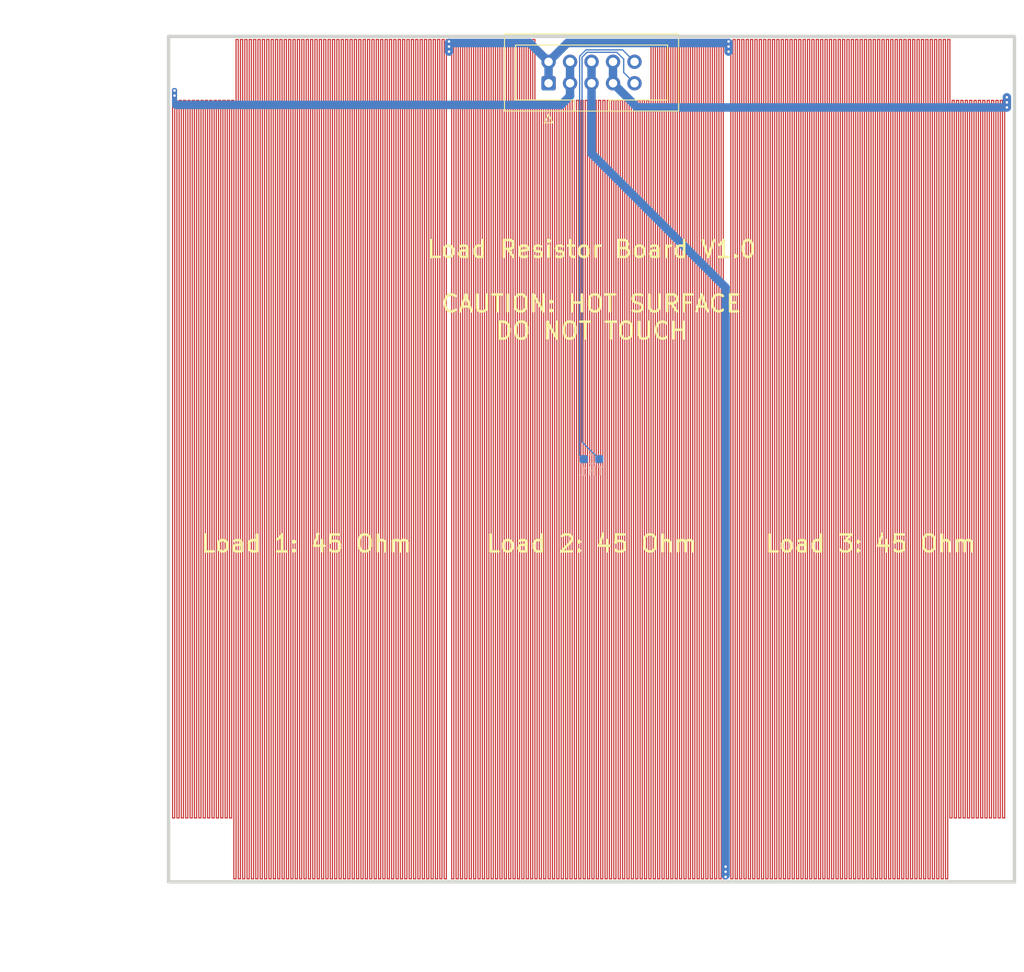
<source format=kicad_pcb>
(kicad_pcb (version 20171130) (host pcbnew "(5.1.10)-1")

  (general
    (thickness 1.6)
    (drawings 10)
    (tracks 804)
    (zones 0)
    (modules 6)
    (nets 4)
  )

  (page A4)
  (layers
    (0 F.Cu signal)
    (31 B.Cu signal)
    (32 B.Adhes user)
    (33 F.Adhes user)
    (34 B.Paste user)
    (35 F.Paste user)
    (36 B.SilkS user)
    (37 F.SilkS user)
    (38 B.Mask user)
    (39 F.Mask user)
    (40 Dwgs.User user)
    (41 Cmts.User user)
    (42 Eco1.User user)
    (43 Eco2.User user)
    (44 Edge.Cuts user)
    (45 Margin user)
    (46 B.CrtYd user)
    (47 F.CrtYd user)
    (48 B.Fab user)
    (49 F.Fab user)
  )

  (setup
    (last_trace_width 0.13)
    (user_trace_width 0.15)
    (user_trace_width 0.163)
    (user_trace_width 0.6)
    (user_trace_width 1)
    (user_trace_width 3)
    (trace_clearance 0.13)
    (zone_clearance 0)
    (zone_45_only no)
    (trace_min 0.127)
    (via_size 0.6)
    (via_drill 0.3)
    (via_min_size 0.6)
    (via_min_drill 0.3)
    (user_via 0.6 0.3)
    (uvia_size 0.3)
    (uvia_drill 0.1)
    (uvias_allowed no)
    (uvia_min_size 0.2)
    (uvia_min_drill 0.1)
    (edge_width 0.05)
    (segment_width 0.2)
    (pcb_text_width 0.3)
    (pcb_text_size 1.5 1.5)
    (mod_edge_width 0.12)
    (mod_text_size 1 1)
    (mod_text_width 0.15)
    (pad_size 1.524 1.524)
    (pad_drill 0.762)
    (pad_to_mask_clearance 0)
    (aux_axis_origin 0 0)
    (visible_elements 7FFFFFFF)
    (pcbplotparams
      (layerselection 0x3f1fc_ffffffff)
      (usegerberextensions false)
      (usegerberattributes true)
      (usegerberadvancedattributes true)
      (creategerberjobfile true)
      (excludeedgelayer true)
      (linewidth 0.100000)
      (plotframeref false)
      (viasonmask true)
      (mode 1)
      (useauxorigin false)
      (hpglpennumber 1)
      (hpglpenspeed 20)
      (hpglpendiameter 15.000000)
      (psnegative false)
      (psa4output false)
      (plotreference true)
      (plotvalue true)
      (plotinvisibletext false)
      (padsonsilk false)
      (subtractmaskfromsilk false)
      (outputformat 1)
      (mirror false)
      (drillshape 0)
      (scaleselection 1)
      (outputdirectory "Gerber/"))
  )

  (net 0 "")
  (net 1 GND)
  (net 2 /NTC_ext)
  (net 3 /Loads)

  (net_class Default "This is the default net class."
    (clearance 0.13)
    (trace_width 0.13)
    (via_dia 0.6)
    (via_drill 0.3)
    (uvia_dia 0.3)
    (uvia_drill 0.1)
    (add_net /Loads)
    (add_net /NTC_ext)
    (add_net GND)
  )

  (module Resistor_SMD:R_0603_1608Metric_Pad0.98x0.95mm_HandSolder (layer B.Cu) (tedit 5F68FEEE) (tstamp 610AD867)
    (at 100 100)
    (descr "Resistor SMD 0603 (1608 Metric), square (rectangular) end terminal, IPC_7351 nominal with elongated pad for handsoldering. (Body size source: IPC-SM-782 page 72, https://www.pcb-3d.com/wordpress/wp-content/uploads/ipc-sm-782a_amendment_1_and_2.pdf), generated with kicad-footprint-generator")
    (tags "resistor handsolder")
    (path /610A81AB)
    (attr smd)
    (fp_text reference TH1 (at 0 1.43) (layer B.SilkS)
      (effects (font (size 1 1) (thickness 0.15)) (justify mirror))
    )
    (fp_text value Thermistor_NTC (at 0 -1.43) (layer B.Fab)
      (effects (font (size 1 1) (thickness 0.15)) (justify mirror))
    )
    (fp_line (start 1.65 -0.73) (end -1.65 -0.73) (layer B.CrtYd) (width 0.05))
    (fp_line (start 1.65 0.73) (end 1.65 -0.73) (layer B.CrtYd) (width 0.05))
    (fp_line (start -1.65 0.73) (end 1.65 0.73) (layer B.CrtYd) (width 0.05))
    (fp_line (start -1.65 -0.73) (end -1.65 0.73) (layer B.CrtYd) (width 0.05))
    (fp_line (start -0.254724 -0.5225) (end 0.254724 -0.5225) (layer B.SilkS) (width 0.12))
    (fp_line (start -0.254724 0.5225) (end 0.254724 0.5225) (layer B.SilkS) (width 0.12))
    (fp_line (start 0.8 -0.4125) (end -0.8 -0.4125) (layer B.Fab) (width 0.1))
    (fp_line (start 0.8 0.4125) (end 0.8 -0.4125) (layer B.Fab) (width 0.1))
    (fp_line (start -0.8 0.4125) (end 0.8 0.4125) (layer B.Fab) (width 0.1))
    (fp_line (start -0.8 -0.4125) (end -0.8 0.4125) (layer B.Fab) (width 0.1))
    (fp_text user %R (at 0 0) (layer B.Fab)
      (effects (font (size 0.4 0.4) (thickness 0.06)) (justify mirror))
    )
    (pad 2 smd roundrect (at 0.9125 0) (size 0.975 0.95) (layers B.Cu B.Paste B.Mask) (roundrect_rratio 0.25)
      (net 2 /NTC_ext))
    (pad 1 smd roundrect (at -0.9125 0) (size 0.975 0.95) (layers B.Cu B.Paste B.Mask) (roundrect_rratio 0.25)
      (net 1 GND))
    (model ${KISYS3DMOD}/Resistor_SMD.3dshapes/R_0603_1608Metric.wrl
      (at (xyz 0 0 0))
      (scale (xyz 1 1 1))
      (rotate (xyz 0 0 0))
    )
  )

  (module Connector_IDC:IDC-Header_2x05_P2.54mm_Vertical (layer F.Cu) (tedit 5EAC9A07) (tstamp 61071B00)
    (at 94.92 55.54 90)
    (descr "Through hole IDC box header, 2x05, 2.54mm pitch, DIN 41651 / IEC 60603-13, double rows, https://docs.google.com/spreadsheets/d/16SsEcesNF15N3Lb4niX7dcUr-NY5_MFPQhobNuNppn4/edit#gid=0")
    (tags "Through hole vertical IDC box header THT 2x05 2.54mm double row")
    (path /61069FAE)
    (fp_text reference J1 (at 1.27 -6.1 90) (layer F.SilkS) hide
      (effects (font (size 1 1) (thickness 0.15)))
    )
    (fp_text value Conn_02x05_Odd_Even (at 1.27 16.26 90) (layer F.Fab)
      (effects (font (size 1 1) (thickness 0.15)))
    )
    (fp_line (start -3.18 -4.1) (end -2.18 -5.1) (layer F.Fab) (width 0.1))
    (fp_line (start -2.18 -5.1) (end 5.72 -5.1) (layer F.Fab) (width 0.1))
    (fp_line (start 5.72 -5.1) (end 5.72 15.26) (layer F.Fab) (width 0.1))
    (fp_line (start 5.72 15.26) (end -3.18 15.26) (layer F.Fab) (width 0.1))
    (fp_line (start -3.18 15.26) (end -3.18 -4.1) (layer F.Fab) (width 0.1))
    (fp_line (start -3.18 3.03) (end -1.98 3.03) (layer F.Fab) (width 0.1))
    (fp_line (start -1.98 3.03) (end -1.98 -3.91) (layer F.Fab) (width 0.1))
    (fp_line (start -1.98 -3.91) (end 4.52 -3.91) (layer F.Fab) (width 0.1))
    (fp_line (start 4.52 -3.91) (end 4.52 14.07) (layer F.Fab) (width 0.1))
    (fp_line (start 4.52 14.07) (end -1.98 14.07) (layer F.Fab) (width 0.1))
    (fp_line (start -1.98 14.07) (end -1.98 7.13) (layer F.Fab) (width 0.1))
    (fp_line (start -1.98 7.13) (end -1.98 7.13) (layer F.Fab) (width 0.1))
    (fp_line (start -1.98 7.13) (end -3.18 7.13) (layer F.Fab) (width 0.1))
    (fp_line (start -3.29 -5.21) (end 5.83 -5.21) (layer F.SilkS) (width 0.12))
    (fp_line (start 5.83 -5.21) (end 5.83 15.37) (layer F.SilkS) (width 0.12))
    (fp_line (start 5.83 15.37) (end -3.29 15.37) (layer F.SilkS) (width 0.12))
    (fp_line (start -3.29 15.37) (end -3.29 -5.21) (layer F.SilkS) (width 0.12))
    (fp_line (start -3.29 3.03) (end -1.98 3.03) (layer F.SilkS) (width 0.12))
    (fp_line (start -1.98 3.03) (end -1.98 -3.91) (layer F.SilkS) (width 0.12))
    (fp_line (start -1.98 -3.91) (end 4.52 -3.91) (layer F.SilkS) (width 0.12))
    (fp_line (start 4.52 -3.91) (end 4.52 14.07) (layer F.SilkS) (width 0.12))
    (fp_line (start 4.52 14.07) (end -1.98 14.07) (layer F.SilkS) (width 0.12))
    (fp_line (start -1.98 14.07) (end -1.98 7.13) (layer F.SilkS) (width 0.12))
    (fp_line (start -1.98 7.13) (end -1.98 7.13) (layer F.SilkS) (width 0.12))
    (fp_line (start -1.98 7.13) (end -3.29 7.13) (layer F.SilkS) (width 0.12))
    (fp_line (start -3.68 0) (end -4.68 -0.5) (layer F.SilkS) (width 0.12))
    (fp_line (start -4.68 -0.5) (end -4.68 0.5) (layer F.SilkS) (width 0.12))
    (fp_line (start -4.68 0.5) (end -3.68 0) (layer F.SilkS) (width 0.12))
    (fp_line (start -3.68 -5.6) (end -3.68 15.76) (layer F.CrtYd) (width 0.05))
    (fp_line (start -3.68 15.76) (end 6.22 15.76) (layer F.CrtYd) (width 0.05))
    (fp_line (start 6.22 15.76) (end 6.22 -5.6) (layer F.CrtYd) (width 0.05))
    (fp_line (start 6.22 -5.6) (end -3.68 -5.6) (layer F.CrtYd) (width 0.05))
    (fp_text user %R (at 1.27 5.08) (layer F.Fab)
      (effects (font (size 1 1) (thickness 0.15)))
    )
    (pad 10 thru_hole circle (at 2.54 10.16 90) (size 1.7 1.7) (drill 1) (layers *.Cu *.Mask)
      (net 1 GND))
    (pad 8 thru_hole circle (at 2.54 7.62 90) (size 1.7 1.7) (drill 1) (layers *.Cu *.Mask)
      (net 3 /Loads))
    (pad 6 thru_hole circle (at 2.54 5.08 90) (size 1.7 1.7) (drill 1) (layers *.Cu *.Mask)
      (net 3 /Loads))
    (pad 4 thru_hole circle (at 2.54 2.54 90) (size 1.7 1.7) (drill 1) (layers *.Cu *.Mask)
      (net 3 /Loads))
    (pad 2 thru_hole circle (at 2.54 0 90) (size 1.7 1.7) (drill 1) (layers *.Cu *.Mask)
      (net 3 /Loads))
    (pad 9 thru_hole circle (at 0 10.16 90) (size 1.7 1.7) (drill 1) (layers *.Cu *.Mask)
      (net 2 /NTC_ext))
    (pad 7 thru_hole circle (at 0 7.62 90) (size 1.7 1.7) (drill 1) (layers *.Cu *.Mask)
      (net 3 /Loads))
    (pad 5 thru_hole circle (at 0 5.08 90) (size 1.7 1.7) (drill 1) (layers *.Cu *.Mask)
      (net 3 /Loads))
    (pad 3 thru_hole circle (at 0 2.54 90) (size 1.7 1.7) (drill 1) (layers *.Cu *.Mask)
      (net 3 /Loads))
    (pad 1 thru_hole roundrect (at 0 0 90) (size 1.7 1.7) (drill 1) (layers *.Cu *.Mask) (roundrect_rratio 0.1470588235294118)
      (net 3 /Loads))
    (model ${KISYS3DMOD}/Connector_IDC.3dshapes/IDC-Header_2x05_P2.54mm_Vertical.wrl
      (at (xyz 0 0 0))
      (scale (xyz 1 1 1))
      (rotate (xyz 0 0 0))
    )
  )

  (module MountingHole:MountingHole_3.2mm_M3 (layer F.Cu) (tedit 56D1B4CB) (tstamp 61071AD1)
    (at 146 146)
    (descr "Mounting Hole 3.2mm, no annular, M3")
    (tags "mounting hole 3.2mm no annular m3")
    (path /6106DE57)
    (attr virtual)
    (fp_text reference H4 (at 0 -4.2) (layer F.SilkS) hide
      (effects (font (size 1 1) (thickness 0.15)))
    )
    (fp_text value MountingHole (at 0 4.2) (layer F.Fab)
      (effects (font (size 1 1) (thickness 0.15)))
    )
    (fp_circle (center 0 0) (end 3.2 0) (layer Cmts.User) (width 0.15))
    (fp_circle (center 0 0) (end 3.45 0) (layer F.CrtYd) (width 0.05))
    (fp_text user %R (at 0.3 0) (layer F.Fab)
      (effects (font (size 1 1) (thickness 0.15)))
    )
    (pad 1 np_thru_hole circle (at 0 0) (size 3.2 3.2) (drill 3.2) (layers *.Cu *.Mask))
  )

  (module MountingHole:MountingHole_3.2mm_M3 (layer F.Cu) (tedit 56D1B4CB) (tstamp 61071AC9)
    (at 54 146)
    (descr "Mounting Hole 3.2mm, no annular, M3")
    (tags "mounting hole 3.2mm no annular m3")
    (path /6106DC5F)
    (attr virtual)
    (fp_text reference H3 (at 0 -4.2) (layer F.SilkS) hide
      (effects (font (size 1 1) (thickness 0.15)))
    )
    (fp_text value MountingHole (at 0 4.2) (layer F.Fab)
      (effects (font (size 1 1) (thickness 0.15)))
    )
    (fp_circle (center 0 0) (end 3.2 0) (layer Cmts.User) (width 0.15))
    (fp_circle (center 0 0) (end 3.45 0) (layer F.CrtYd) (width 0.05))
    (fp_text user %R (at 0.3 0) (layer F.Fab)
      (effects (font (size 1 1) (thickness 0.15)))
    )
    (pad 1 np_thru_hole circle (at 0 0) (size 3.2 3.2) (drill 3.2) (layers *.Cu *.Mask))
  )

  (module MountingHole:MountingHole_3.2mm_M3 (layer F.Cu) (tedit 56D1B4CB) (tstamp 61071AC1)
    (at 146 54)
    (descr "Mounting Hole 3.2mm, no annular, M3")
    (tags "mounting hole 3.2mm no annular m3")
    (path /6106DA4A)
    (attr virtual)
    (fp_text reference H2 (at 0 -4.2) (layer F.SilkS) hide
      (effects (font (size 1 1) (thickness 0.15)))
    )
    (fp_text value MountingHole (at 0 4.2) (layer F.Fab)
      (effects (font (size 1 1) (thickness 0.15)))
    )
    (fp_circle (center 0 0) (end 3.2 0) (layer Cmts.User) (width 0.15))
    (fp_circle (center 0 0) (end 3.45 0) (layer F.CrtYd) (width 0.05))
    (fp_text user %R (at 0.3 0) (layer F.Fab)
      (effects (font (size 1 1) (thickness 0.15)))
    )
    (pad 1 np_thru_hole circle (at 0 0) (size 3.2 3.2) (drill 3.2) (layers *.Cu *.Mask))
  )

  (module MountingHole:MountingHole_3.2mm_M3 (layer F.Cu) (tedit 56D1B4CB) (tstamp 61071AB9)
    (at 54 54)
    (descr "Mounting Hole 3.2mm, no annular, M3")
    (tags "mounting hole 3.2mm no annular m3")
    (path /6106C733)
    (attr virtual)
    (fp_text reference H1 (at 0 -4.2) (layer F.SilkS) hide
      (effects (font (size 1 1) (thickness 0.15)))
    )
    (fp_text value MountingHole (at 0 4.2) (layer F.Fab)
      (effects (font (size 1 1) (thickness 0.15)))
    )
    (fp_circle (center 0 0) (end 3.2 0) (layer Cmts.User) (width 0.15))
    (fp_circle (center 0 0) (end 3.45 0) (layer F.CrtYd) (width 0.05))
    (fp_text user %R (at 0.3 0) (layer F.Fab)
      (effects (font (size 1 1) (thickness 0.15)))
    )
    (pad 1 np_thru_hole circle (at 0 0) (size 3.2 3.2) (drill 3.2) (layers *.Cu *.Mask))
  )

  (dimension 100 (width 0.15) (layer Dwgs.User)
    (gr_text "100,000 mm" (at 100 161.299999) (layer Dwgs.User)
      (effects (font (size 2 2) (thickness 0.3)))
    )
    (feature1 (pts (xy 150 150) (xy 150 160.58642)))
    (feature2 (pts (xy 50 150) (xy 50 160.58642)))
    (crossbar (pts (xy 50 159.999999) (xy 150 159.999999)))
    (arrow1a (pts (xy 150 159.999999) (xy 148.873496 160.58642)))
    (arrow1b (pts (xy 150 159.999999) (xy 148.873496 159.413578)))
    (arrow2a (pts (xy 50 159.999999) (xy 51.126504 160.58642)))
    (arrow2b (pts (xy 50 159.999999) (xy 51.126504 159.413578)))
  )
  (dimension 100 (width 0.15) (layer Dwgs.User)
    (gr_text "100,000 mm" (at 38.7 100 90) (layer Dwgs.User)
      (effects (font (size 2 2) (thickness 0.3)))
    )
    (feature1 (pts (xy 50 50) (xy 39.413579 50)))
    (feature2 (pts (xy 50 150) (xy 39.413579 150)))
    (crossbar (pts (xy 40 150) (xy 40 50)))
    (arrow1a (pts (xy 40 50) (xy 40.586421 51.126504)))
    (arrow1b (pts (xy 40 50) (xy 39.413579 51.126504)))
    (arrow2a (pts (xy 40 150) (xy 40.586421 148.873496)))
    (arrow2b (pts (xy 40 150) (xy 39.413579 148.873496)))
  )
  (gr_text "Load 3: 45 Ohm" (at 133 110) (layer F.SilkS) (tstamp 610ADF08)
    (effects (font (size 2 2) (thickness 0.3)))
  )
  (gr_text "Load 2: 45 Ohm" (at 100 110) (layer F.SilkS) (tstamp 610ADE5B)
    (effects (font (size 2 2) (thickness 0.3)))
  )
  (gr_text "Load 1: 45 Ohm" (at 66.3 110) (layer F.SilkS)
    (effects (font (size 2 2) (thickness 0.3)))
  )
  (gr_text "Load Resistor Board V1.0\n\nCAUTION: HOT SURFACE\nDO NOT TOUCH" (at 100 80) (layer F.SilkS) (tstamp 610AE156)
    (effects (font (size 2 2) (thickness 0.3)))
  )
  (gr_line (start 150 50) (end 150 150) (layer Edge.Cuts) (width 0.4))
  (gr_line (start 50 50) (end 150 50) (layer Edge.Cuts) (width 0.4))
  (gr_line (start 50 150) (end 50 50) (layer Edge.Cuts) (width 0.4))
  (gr_line (start 150 150) (end 50 150) (layer Edge.Cuts) (width 0.4))

  (segment (start 98.58999 99.50249) (end 99.0875 100) (width 0.15) (layer B.Cu) (net 1))
  (segment (start 98.58999 52.344904) (end 98.58999 99.50249) (width 0.15) (layer B.Cu) (net 1))
  (segment (start 99.344904 51.58999) (end 98.58999 52.344904) (width 0.15) (layer B.Cu) (net 1))
  (segment (start 103.669989 51.589989) (end 99.344904 51.58999) (width 0.15) (layer B.Cu) (net 1))
  (segment (start 105.08 53) (end 103.669989 51.589989) (width 0.15) (layer B.Cu) (net 1))
  (segment (start 103.8 52.688978) (end 103.8 54.26) (width 0.15) (layer B.Cu) (net 2))
  (segment (start 100.9125 100) (end 98.8765 97.964) (width 0.15) (layer B.Cu) (net 2))
  (segment (start 98.8765 97.964) (end 98.8765 52.46358) (width 0.15) (layer B.Cu) (net 2))
  (segment (start 98.8765 52.46358) (end 99.463582 51.876498) (width 0.15) (layer B.Cu) (net 2))
  (segment (start 99.463582 51.876498) (end 102.987521 51.876498) (width 0.15) (layer B.Cu) (net 2))
  (segment (start 103.8 54.26) (end 105.08 55.54) (width 0.15) (layer B.Cu) (net 2))
  (segment (start 102.987521 51.876498) (end 103.8 52.688978) (width 0.15) (layer B.Cu) (net 2))
  (via (at 115.85 148.2) (size 0.6) (drill 0.3) (layers F.Cu B.Cu) (net 3) (tstamp 610AE095))
  (via (at 149.1 57.8) (size 0.6) (drill 0.3) (layers F.Cu B.Cu) (net 3) (tstamp 610AE095))
  (via (at 116.2 51.8) (size 0.6) (drill 0.3) (layers F.Cu B.Cu) (net 3) (tstamp 610AE095))
  (via (at 83.15 51.8) (size 0.6) (drill 0.3) (layers F.Cu B.Cu) (net 3) (tstamp 610AE089))
  (via (at 115.85 148.8) (size 0.6) (drill 0.3) (layers F.Cu B.Cu) (net 3) (tstamp 610ADEB9))
  (via (at 116.2 51.2) (size 0.6) (drill 0.3) (layers F.Cu B.Cu) (net 3) (tstamp 610ADA3A))
  (via (at 50.7 57) (size 0.6) (drill 0.3) (layers F.Cu B.Cu) (net 3))
  (via (at 50.7 56.4) (size 0.6) (drill 0.3) (layers F.Cu B.Cu) (net 3))
  (segment (start 94.92 55.54) (end 94.92 53) (width 1) (layer B.Cu) (net 3))
  (segment (start 97.46 55.54) (end 97.46 53) (width 1) (layer B.Cu) (net 3))
  (segment (start 100 55.54) (end 100 53) (width 1) (layer B.Cu) (net 3))
  (segment (start 102.54 55.54) (end 102.54 53) (width 1) (layer B.Cu) (net 3))
  (via (at 83.15 50.6) (size 0.6) (drill 0.3) (layers F.Cu B.Cu) (net 3))
  (via (at 83.15 51.2) (size 0.6) (drill 0.3) (layers F.Cu B.Cu) (net 3))
  (segment (start 97.46 55.54) (end 97.46 57.04) (width 1) (layer B.Cu) (net 3))
  (segment (start 97.46 57.04) (end 96.4 58.1) (width 1) (layer B.Cu) (net 3))
  (segment (start 96.4 58.1) (end 50.9 58.1) (width 1) (layer B.Cu) (net 3))
  (segment (start 50.7 56.4) (end 50.7 58.1) (width 0.6) (layer B.Cu) (net 3))
  (segment (start 50.7 56.4) (end 50.7 57) (width 0.6) (layer F.Cu) (net 3))
  (via (at 116.2 50.6) (size 0.6) (drill 0.3) (layers F.Cu B.Cu) (net 3))
  (segment (start 94.92 53) (end 92.70001 50.78001) (width 1) (layer B.Cu) (net 3))
  (via (at 149.1 58.4) (size 0.6) (drill 0.3) (layers F.Cu B.Cu) (net 3))
  (via (at 149.1 57.2) (size 0.6) (drill 0.3) (layers F.Cu B.Cu) (net 3))
  (via (at 115.85 149.4) (size 0.6) (drill 0.3) (layers F.Cu B.Cu) (net 3))
  (segment (start 83.15 51.8) (end 83.15 50.78001) (width 1) (layer B.Cu) (net 3))
  (segment (start 115.85 148.2) (end 115.85 149.4) (width 0.6) (layer F.Cu) (net 3))
  (segment (start 116.2 50.6) (end 116.2 51.8) (width 0.6) (layer F.Cu) (net 3))
  (segment (start 50.4645 56.5) (end 50.4645 142.4355) (width 0.129) (layer F.Cu) (net 3))
  (segment (start 50.4645 142.4355) (end 50.7235 142.4355) (width 0.129) (layer F.Cu) (net 3))
  (segment (start 50.7235 57.5645) (end 50.7235 142.4355) (width 0.129) (layer F.Cu) (net 3))
  (segment (start 50.7235 57.5645) (end 50.9825 57.5645) (width 0.129) (layer F.Cu) (net 3))
  (segment (start 50.9825 57.5645) (end 50.9825 142.4355) (width 0.129) (layer F.Cu) (net 3))
  (segment (start 50.9825 142.4355) (end 51.2415 142.4355) (width 0.129) (layer F.Cu) (net 3))
  (segment (start 51.2415 57.5645) (end 51.2415 142.4355) (width 0.129) (layer F.Cu) (net 3))
  (segment (start 51.2415 57.5645) (end 51.5005 57.5645) (width 0.129) (layer F.Cu) (net 3))
  (segment (start 51.5005 57.5645) (end 51.5005 142.4355) (width 0.129) (layer F.Cu) (net 3))
  (segment (start 51.5005 142.4355) (end 51.7595 142.4355) (width 0.129) (layer F.Cu) (net 3))
  (segment (start 51.7595 57.5645) (end 51.7595 142.4355) (width 0.129) (layer F.Cu) (net 3))
  (segment (start 51.7595 57.5645) (end 52.0185 57.5645) (width 0.129) (layer F.Cu) (net 3))
  (segment (start 52.0185 57.5645) (end 52.0185 142.4355) (width 0.129) (layer F.Cu) (net 3))
  (segment (start 52.0185 142.4355) (end 52.2775 142.4355) (width 0.129) (layer F.Cu) (net 3))
  (segment (start 52.2775 57.5645) (end 52.2775 142.4355) (width 0.129) (layer F.Cu) (net 3))
  (segment (start 52.2775 57.5645) (end 52.5365 57.5645) (width 0.129) (layer F.Cu) (net 3))
  (segment (start 52.5365 57.5645) (end 52.5365 142.4355) (width 0.129) (layer F.Cu) (net 3))
  (segment (start 52.5365 142.4355) (end 52.7955 142.4355) (width 0.129) (layer F.Cu) (net 3))
  (segment (start 52.7955 57.5645) (end 52.7955 142.4355) (width 0.129) (layer F.Cu) (net 3))
  (segment (start 52.7955 57.5645) (end 53.0545 57.5645) (width 0.129) (layer F.Cu) (net 3))
  (segment (start 53.0545 57.5645) (end 53.0545 142.4355) (width 0.129) (layer F.Cu) (net 3))
  (segment (start 53.0545 142.4355) (end 53.3135 142.4355) (width 0.129) (layer F.Cu) (net 3))
  (segment (start 53.3135 57.5645) (end 53.3135 142.4355) (width 0.129) (layer F.Cu) (net 3))
  (segment (start 53.3135 57.5645) (end 53.5725 57.5645) (width 0.129) (layer F.Cu) (net 3))
  (segment (start 53.5725 57.5645) (end 53.5725 142.4355) (width 0.129) (layer F.Cu) (net 3))
  (segment (start 53.5725 142.4355) (end 53.8315 142.4355) (width 0.129) (layer F.Cu) (net 3))
  (segment (start 53.8315 57.5645) (end 53.8315 142.4355) (width 0.129) (layer F.Cu) (net 3))
  (segment (start 53.8315 57.5645) (end 54.0905 57.5645) (width 0.129) (layer F.Cu) (net 3))
  (segment (start 54.0905 57.5645) (end 54.0905 142.4355) (width 0.129) (layer F.Cu) (net 3))
  (segment (start 54.0905 142.4355) (end 54.3495 142.4355) (width 0.129) (layer F.Cu) (net 3))
  (segment (start 54.3495 57.5645) (end 54.3495 142.4355) (width 0.129) (layer F.Cu) (net 3))
  (segment (start 54.3495 57.5645) (end 54.6085 57.5645) (width 0.129) (layer F.Cu) (net 3))
  (segment (start 54.6085 57.5645) (end 54.6085 142.4355) (width 0.129) (layer F.Cu) (net 3))
  (segment (start 54.6085 142.4355) (end 54.8675 142.4355) (width 0.129) (layer F.Cu) (net 3))
  (segment (start 54.8675 57.5645) (end 54.8675 142.4355) (width 0.129) (layer F.Cu) (net 3))
  (segment (start 54.8675 57.5645) (end 55.1265 57.5645) (width 0.129) (layer F.Cu) (net 3))
  (segment (start 55.1265 57.5645) (end 55.1265 142.4355) (width 0.129) (layer F.Cu) (net 3))
  (segment (start 55.1265 142.4355) (end 55.3855 142.4355) (width 0.129) (layer F.Cu) (net 3))
  (segment (start 55.3855 57.5645) (end 55.3855 142.4355) (width 0.129) (layer F.Cu) (net 3))
  (segment (start 55.3855 57.5645) (end 55.6445 57.5645) (width 0.129) (layer F.Cu) (net 3))
  (segment (start 55.6445 57.5645) (end 55.6445 142.4355) (width 0.129) (layer F.Cu) (net 3))
  (segment (start 55.6445 142.4355) (end 55.9035 142.4355) (width 0.129) (layer F.Cu) (net 3))
  (segment (start 55.9035 57.5645) (end 55.9035 142.4355) (width 0.129) (layer F.Cu) (net 3))
  (segment (start 55.9035 57.5645) (end 56.1625 57.5645) (width 0.129) (layer F.Cu) (net 3))
  (segment (start 56.1625 57.5645) (end 56.1625 142.4355) (width 0.129) (layer F.Cu) (net 3))
  (segment (start 56.1625 142.4355) (end 56.4215 142.4355) (width 0.129) (layer F.Cu) (net 3))
  (segment (start 56.4215 57.5645) (end 56.4215 142.4355) (width 0.129) (layer F.Cu) (net 3))
  (segment (start 56.4215 57.5645) (end 56.6805 57.5645) (width 0.129) (layer F.Cu) (net 3))
  (segment (start 56.6805 57.5645) (end 56.6805 142.4355) (width 0.129) (layer F.Cu) (net 3))
  (segment (start 56.6805 142.4355) (end 56.9395 142.4355) (width 0.129) (layer F.Cu) (net 3))
  (segment (start 56.9395 57.5645) (end 56.9395 142.4355) (width 0.129) (layer F.Cu) (net 3))
  (segment (start 56.9395 57.5645) (end 57.1985 57.5645) (width 0.129) (layer F.Cu) (net 3))
  (segment (start 57.1985 57.5645) (end 57.1985 142.4355) (width 0.129) (layer F.Cu) (net 3))
  (segment (start 57.1985 142.4355) (end 57.4575 142.4355) (width 0.129) (layer F.Cu) (net 3))
  (segment (start 57.4575 57.5645) (end 57.4575 142.4355) (width 0.129) (layer F.Cu) (net 3))
  (segment (start 57.4575 57.5645) (end 57.7165 57.5645) (width 0.129) (layer F.Cu) (net 3))
  (segment (start 57.7165 57.5645) (end 57.7165 149.6355) (width 0.129) (layer F.Cu) (net 3))
  (segment (start 57.7165 149.6355) (end 57.9755 149.6355) (width 0.129) (layer F.Cu) (net 3))
  (segment (start 57.9755 50.3645) (end 57.9755 149.6355) (width 0.129) (layer F.Cu) (net 3))
  (segment (start 57.9755 50.3645) (end 58.2345 50.3645) (width 0.129) (layer F.Cu) (net 3))
  (segment (start 58.2345 50.3645) (end 58.2345 149.6355) (width 0.129) (layer F.Cu) (net 3))
  (segment (start 58.2345 149.6355) (end 58.4935 149.6355) (width 0.129) (layer F.Cu) (net 3))
  (segment (start 58.4935 50.3645) (end 58.4935 149.6355) (width 0.129) (layer F.Cu) (net 3))
  (segment (start 58.4935 50.3645) (end 58.7525 50.3645) (width 0.129) (layer F.Cu) (net 3))
  (segment (start 58.7525 50.3645) (end 58.7525 149.6355) (width 0.129) (layer F.Cu) (net 3))
  (segment (start 58.7525 149.6355) (end 59.0115 149.6355) (width 0.129) (layer F.Cu) (net 3))
  (segment (start 59.0115 50.3645) (end 59.0115 149.6355) (width 0.129) (layer F.Cu) (net 3))
  (segment (start 59.0115 50.3645) (end 59.2705 50.3645) (width 0.129) (layer F.Cu) (net 3))
  (segment (start 59.2705 50.3645) (end 59.2705 149.6355) (width 0.129) (layer F.Cu) (net 3))
  (segment (start 59.2705 149.6355) (end 59.5295 149.6355) (width 0.129) (layer F.Cu) (net 3))
  (segment (start 59.5295 50.3645) (end 59.5295 149.6355) (width 0.129) (layer F.Cu) (net 3))
  (segment (start 59.5295 50.3645) (end 59.7885 50.3645) (width 0.129) (layer F.Cu) (net 3))
  (segment (start 59.7885 50.3645) (end 59.7885 149.6355) (width 0.129) (layer F.Cu) (net 3))
  (segment (start 59.7885 149.6355) (end 60.0475 149.6355) (width 0.129) (layer F.Cu) (net 3))
  (segment (start 60.0475 50.3645) (end 60.0475 149.6355) (width 0.129) (layer F.Cu) (net 3))
  (segment (start 60.0475 50.3645) (end 60.3065 50.3645) (width 0.129) (layer F.Cu) (net 3))
  (segment (start 60.3065 50.3645) (end 60.3065 149.6355) (width 0.129) (layer F.Cu) (net 3))
  (segment (start 60.3065 149.6355) (end 60.5655 149.6355) (width 0.129) (layer F.Cu) (net 3))
  (segment (start 60.5655 50.3645) (end 60.5655 149.6355) (width 0.129) (layer F.Cu) (net 3))
  (segment (start 60.5655 50.3645) (end 60.8245 50.3645) (width 0.129) (layer F.Cu) (net 3))
  (segment (start 60.8245 50.3645) (end 60.8245 149.6355) (width 0.129) (layer F.Cu) (net 3))
  (segment (start 60.8245 149.6355) (end 61.0835 149.6355) (width 0.129) (layer F.Cu) (net 3))
  (segment (start 61.0835 50.3645) (end 61.0835 149.6355) (width 0.129) (layer F.Cu) (net 3))
  (segment (start 61.0835 50.3645) (end 61.3425 50.3645) (width 0.129) (layer F.Cu) (net 3))
  (segment (start 61.3425 50.3645) (end 61.3425 149.6355) (width 0.129) (layer F.Cu) (net 3))
  (segment (start 61.3425 149.6355) (end 61.6015 149.6355) (width 0.129) (layer F.Cu) (net 3))
  (segment (start 61.6015 50.3645) (end 61.6015 149.6355) (width 0.129) (layer F.Cu) (net 3))
  (segment (start 61.6015 50.3645) (end 61.8605 50.3645) (width 0.129) (layer F.Cu) (net 3))
  (segment (start 61.8605 50.3645) (end 61.8605 149.6355) (width 0.129) (layer F.Cu) (net 3))
  (segment (start 61.8605 149.6355) (end 62.1195 149.6355) (width 0.129) (layer F.Cu) (net 3))
  (segment (start 62.1195 50.3645) (end 62.1195 149.6355) (width 0.129) (layer F.Cu) (net 3))
  (segment (start 62.1195 50.3645) (end 62.3785 50.3645) (width 0.129) (layer F.Cu) (net 3))
  (segment (start 62.3785 50.3645) (end 62.3785 149.6355) (width 0.129) (layer F.Cu) (net 3))
  (segment (start 62.3785 149.6355) (end 62.6375 149.6355) (width 0.129) (layer F.Cu) (net 3))
  (segment (start 62.6375 50.3645) (end 62.6375 149.6355) (width 0.129) (layer F.Cu) (net 3))
  (segment (start 62.6375 50.3645) (end 62.8965 50.3645) (width 0.129) (layer F.Cu) (net 3))
  (segment (start 62.8965 50.3645) (end 62.8965 149.6355) (width 0.129) (layer F.Cu) (net 3))
  (segment (start 62.8965 149.6355) (end 63.1555 149.6355) (width 0.129) (layer F.Cu) (net 3))
  (segment (start 63.1555 50.3645) (end 63.1555 149.6355) (width 0.129) (layer F.Cu) (net 3))
  (segment (start 63.1555 50.3645) (end 63.4145 50.3645) (width 0.129) (layer F.Cu) (net 3))
  (segment (start 63.4145 50.3645) (end 63.4145 149.6355) (width 0.129) (layer F.Cu) (net 3))
  (segment (start 63.4145 149.6355) (end 63.6735 149.6355) (width 0.129) (layer F.Cu) (net 3))
  (segment (start 63.6735 50.3645) (end 63.6735 149.6355) (width 0.129) (layer F.Cu) (net 3))
  (segment (start 63.6735 50.3645) (end 63.9325 50.3645) (width 0.129) (layer F.Cu) (net 3))
  (segment (start 63.9325 50.3645) (end 63.9325 149.6355) (width 0.129) (layer F.Cu) (net 3))
  (segment (start 63.9325 149.6355) (end 64.1915 149.6355) (width 0.129) (layer F.Cu) (net 3))
  (segment (start 64.1915 50.3645) (end 64.1915 149.6355) (width 0.129) (layer F.Cu) (net 3))
  (segment (start 64.1915 50.3645) (end 64.4505 50.3645) (width 0.129) (layer F.Cu) (net 3))
  (segment (start 64.4505 50.3645) (end 64.4505 149.6355) (width 0.129) (layer F.Cu) (net 3))
  (segment (start 64.4505 149.6355) (end 64.7095 149.6355) (width 0.129) (layer F.Cu) (net 3))
  (segment (start 64.7095 50.3645) (end 64.7095 149.6355) (width 0.129) (layer F.Cu) (net 3))
  (segment (start 64.7095 50.3645) (end 64.9685 50.3645) (width 0.129) (layer F.Cu) (net 3))
  (segment (start 64.9685 50.3645) (end 64.9685 149.6355) (width 0.129) (layer F.Cu) (net 3))
  (segment (start 64.9685 149.6355) (end 65.2275 149.6355) (width 0.129) (layer F.Cu) (net 3))
  (segment (start 65.2275 50.3645) (end 65.2275 149.6355) (width 0.129) (layer F.Cu) (net 3))
  (segment (start 65.2275 50.3645) (end 65.4865 50.3645) (width 0.129) (layer F.Cu) (net 3))
  (segment (start 65.4865 50.3645) (end 65.4865 149.6355) (width 0.129) (layer F.Cu) (net 3))
  (segment (start 65.4865 149.6355) (end 65.7455 149.6355) (width 0.129) (layer F.Cu) (net 3))
  (segment (start 65.7455 50.3645) (end 65.7455 149.6355) (width 0.129) (layer F.Cu) (net 3))
  (segment (start 65.7455 50.3645) (end 66.0045 50.3645) (width 0.129) (layer F.Cu) (net 3))
  (segment (start 66.0045 50.3645) (end 66.0045 149.6355) (width 0.129) (layer F.Cu) (net 3))
  (segment (start 66.0045 149.6355) (end 66.2635 149.6355) (width 0.129) (layer F.Cu) (net 3))
  (segment (start 66.2635 50.3645) (end 66.2635 149.6355) (width 0.129) (layer F.Cu) (net 3))
  (segment (start 66.2635 50.3645) (end 66.5225 50.3645) (width 0.129) (layer F.Cu) (net 3))
  (segment (start 66.5225 50.3645) (end 66.5225 149.6355) (width 0.129) (layer F.Cu) (net 3))
  (segment (start 66.5225 149.6355) (end 66.7815 149.6355) (width 0.129) (layer F.Cu) (net 3))
  (segment (start 66.7815 50.3645) (end 66.7815 149.6355) (width 0.129) (layer F.Cu) (net 3))
  (segment (start 66.7815 50.3645) (end 67.0405 50.3645) (width 0.129) (layer F.Cu) (net 3))
  (segment (start 67.0405 50.3645) (end 67.0405 149.6355) (width 0.129) (layer F.Cu) (net 3))
  (segment (start 67.0405 149.6355) (end 67.2995 149.6355) (width 0.129) (layer F.Cu) (net 3))
  (segment (start 67.2995 50.3645) (end 67.2995 149.6355) (width 0.129) (layer F.Cu) (net 3))
  (segment (start 67.2995 50.3645) (end 67.5585 50.3645) (width 0.129) (layer F.Cu) (net 3))
  (segment (start 67.5585 50.3645) (end 67.5585 149.6355) (width 0.129) (layer F.Cu) (net 3))
  (segment (start 67.5585 149.6355) (end 67.8175 149.6355) (width 0.129) (layer F.Cu) (net 3))
  (segment (start 67.8175 50.3645) (end 67.8175 149.6355) (width 0.129) (layer F.Cu) (net 3))
  (segment (start 67.8175 50.3645) (end 68.0765 50.3645) (width 0.129) (layer F.Cu) (net 3))
  (segment (start 68.0765 50.3645) (end 68.0765 149.6355) (width 0.129) (layer F.Cu) (net 3))
  (segment (start 68.0765 149.6355) (end 68.3355 149.6355) (width 0.129) (layer F.Cu) (net 3))
  (segment (start 68.3355 50.3645) (end 68.3355 149.6355) (width 0.129) (layer F.Cu) (net 3))
  (segment (start 68.3355 50.3645) (end 68.5945 50.3645) (width 0.129) (layer F.Cu) (net 3))
  (segment (start 68.5945 50.3645) (end 68.5945 149.6355) (width 0.129) (layer F.Cu) (net 3))
  (segment (start 68.5945 149.6355) (end 68.8535 149.6355) (width 0.129) (layer F.Cu) (net 3))
  (segment (start 68.8535 50.3645) (end 68.8535 149.6355) (width 0.129) (layer F.Cu) (net 3))
  (segment (start 68.8535 50.3645) (end 69.1125 50.3645) (width 0.129) (layer F.Cu) (net 3))
  (segment (start 69.1125 50.3645) (end 69.1125 149.6355) (width 0.129) (layer F.Cu) (net 3))
  (segment (start 69.1125 149.6355) (end 69.3715 149.6355) (width 0.129) (layer F.Cu) (net 3))
  (segment (start 69.3715 50.3645) (end 69.3715 149.6355) (width 0.129) (layer F.Cu) (net 3))
  (segment (start 69.3715 50.3645) (end 69.6305 50.3645) (width 0.129) (layer F.Cu) (net 3))
  (segment (start 69.6305 50.3645) (end 69.6305 149.6355) (width 0.129) (layer F.Cu) (net 3))
  (segment (start 69.6305 149.6355) (end 69.8895 149.6355) (width 0.129) (layer F.Cu) (net 3))
  (segment (start 69.8895 50.3645) (end 69.8895 149.6355) (width 0.129) (layer F.Cu) (net 3))
  (segment (start 69.8895 50.3645) (end 70.1485 50.3645) (width 0.129) (layer F.Cu) (net 3))
  (segment (start 70.1485 50.3645) (end 70.1485 149.6355) (width 0.129) (layer F.Cu) (net 3))
  (segment (start 70.1485 149.6355) (end 70.4075 149.6355) (width 0.129) (layer F.Cu) (net 3))
  (segment (start 70.4075 50.3645) (end 70.4075 149.6355) (width 0.129) (layer F.Cu) (net 3))
  (segment (start 70.4075 50.3645) (end 70.6665 50.3645) (width 0.129) (layer F.Cu) (net 3))
  (segment (start 70.6665 50.3645) (end 70.6665 149.6355) (width 0.129) (layer F.Cu) (net 3))
  (segment (start 70.6665 149.6355) (end 70.9255 149.6355) (width 0.129) (layer F.Cu) (net 3))
  (segment (start 70.9255 50.3645) (end 70.9255 149.6355) (width 0.129) (layer F.Cu) (net 3))
  (segment (start 70.9255 50.3645) (end 71.1845 50.3645) (width 0.129) (layer F.Cu) (net 3))
  (segment (start 71.1845 50.3645) (end 71.1845 149.6355) (width 0.129) (layer F.Cu) (net 3))
  (segment (start 71.1845 149.6355) (end 71.4435 149.6355) (width 0.129) (layer F.Cu) (net 3))
  (segment (start 71.4435 50.3645) (end 71.4435 149.6355) (width 0.129) (layer F.Cu) (net 3))
  (segment (start 71.4435 50.3645) (end 71.7025 50.3645) (width 0.129) (layer F.Cu) (net 3))
  (segment (start 71.7025 50.3645) (end 71.7025 149.6355) (width 0.129) (layer F.Cu) (net 3))
  (segment (start 71.7025 149.6355) (end 71.9615 149.6355) (width 0.129) (layer F.Cu) (net 3))
  (segment (start 71.9615 50.3645) (end 71.9615 149.6355) (width 0.129) (layer F.Cu) (net 3))
  (segment (start 71.9615 50.3645) (end 72.2205 50.3645) (width 0.129) (layer F.Cu) (net 3))
  (segment (start 72.2205 50.3645) (end 72.2205 149.6355) (width 0.129) (layer F.Cu) (net 3))
  (segment (start 72.2205 149.6355) (end 72.4795 149.6355) (width 0.129) (layer F.Cu) (net 3))
  (segment (start 72.4795 50.3645) (end 72.4795 149.6355) (width 0.129) (layer F.Cu) (net 3))
  (segment (start 72.4795 50.3645) (end 72.7385 50.3645) (width 0.129) (layer F.Cu) (net 3))
  (segment (start 72.7385 50.3645) (end 72.7385 149.6355) (width 0.129) (layer F.Cu) (net 3))
  (segment (start 72.7385 149.6355) (end 72.9975 149.6355) (width 0.129) (layer F.Cu) (net 3))
  (segment (start 72.9975 50.3645) (end 72.9975 149.6355) (width 0.129) (layer F.Cu) (net 3))
  (segment (start 72.9975 50.3645) (end 73.2565 50.3645) (width 0.129) (layer F.Cu) (net 3))
  (segment (start 73.2565 50.3645) (end 73.2565 149.6355) (width 0.129) (layer F.Cu) (net 3))
  (segment (start 73.2565 149.6355) (end 73.5155 149.6355) (width 0.129) (layer F.Cu) (net 3))
  (segment (start 73.5155 50.3645) (end 73.5155 149.6355) (width 0.129) (layer F.Cu) (net 3))
  (segment (start 73.5155 50.3645) (end 73.7745 50.3645) (width 0.129) (layer F.Cu) (net 3))
  (segment (start 73.7745 50.3645) (end 73.7745 149.6355) (width 0.129) (layer F.Cu) (net 3))
  (segment (start 73.7745 149.6355) (end 74.0335 149.6355) (width 0.129) (layer F.Cu) (net 3))
  (segment (start 74.0335 50.3645) (end 74.0335 149.6355) (width 0.129) (layer F.Cu) (net 3))
  (segment (start 74.0335 50.3645) (end 74.2925 50.3645) (width 0.129) (layer F.Cu) (net 3))
  (segment (start 74.2925 50.3645) (end 74.2925 149.6355) (width 0.129) (layer F.Cu) (net 3))
  (segment (start 74.2925 149.6355) (end 74.5515 149.6355) (width 0.129) (layer F.Cu) (net 3))
  (segment (start 74.5515 50.3645) (end 74.5515 149.6355) (width 0.129) (layer F.Cu) (net 3))
  (segment (start 74.5515 50.3645) (end 74.8105 50.3645) (width 0.129) (layer F.Cu) (net 3))
  (segment (start 74.8105 50.3645) (end 74.8105 149.6355) (width 0.129) (layer F.Cu) (net 3))
  (segment (start 74.8105 149.6355) (end 75.0695 149.6355) (width 0.129) (layer F.Cu) (net 3))
  (segment (start 75.0695 50.3645) (end 75.0695 149.6355) (width 0.129) (layer F.Cu) (net 3))
  (segment (start 75.0695 50.3645) (end 75.3285 50.3645) (width 0.129) (layer F.Cu) (net 3))
  (segment (start 75.3285 50.3645) (end 75.3285 149.6355) (width 0.129) (layer F.Cu) (net 3))
  (segment (start 75.3285 149.6355) (end 75.5875 149.6355) (width 0.129) (layer F.Cu) (net 3))
  (segment (start 75.5875 50.3645) (end 75.5875 149.6355) (width 0.129) (layer F.Cu) (net 3))
  (segment (start 75.5875 50.3645) (end 75.8465 50.3645) (width 0.129) (layer F.Cu) (net 3))
  (segment (start 75.8465 50.3645) (end 75.8465 149.6355) (width 0.129) (layer F.Cu) (net 3))
  (segment (start 75.8465 149.6355) (end 76.1055 149.6355) (width 0.129) (layer F.Cu) (net 3))
  (segment (start 76.1055 50.3645) (end 76.1055 149.6355) (width 0.129) (layer F.Cu) (net 3))
  (segment (start 76.1055 50.3645) (end 76.3645 50.3645) (width 0.129) (layer F.Cu) (net 3))
  (segment (start 76.3645 50.3645) (end 76.3645 149.6355) (width 0.129) (layer F.Cu) (net 3))
  (segment (start 76.3645 149.6355) (end 76.6235 149.6355) (width 0.129) (layer F.Cu) (net 3))
  (segment (start 76.6235 50.3645) (end 76.6235 149.6355) (width 0.129) (layer F.Cu) (net 3))
  (segment (start 76.6235 50.3645) (end 76.8825 50.3645) (width 0.129) (layer F.Cu) (net 3))
  (segment (start 76.8825 50.3645) (end 76.8825 149.6355) (width 0.129) (layer F.Cu) (net 3))
  (segment (start 76.8825 149.6355) (end 77.1415 149.6355) (width 0.129) (layer F.Cu) (net 3))
  (segment (start 77.1415 50.3645) (end 77.1415 149.6355) (width 0.129) (layer F.Cu) (net 3))
  (segment (start 77.1415 50.3645) (end 77.4005 50.3645) (width 0.129) (layer F.Cu) (net 3))
  (segment (start 77.4005 50.3645) (end 77.4005 149.6355) (width 0.129) (layer F.Cu) (net 3))
  (segment (start 77.4005 149.6355) (end 77.6595 149.6355) (width 0.129) (layer F.Cu) (net 3))
  (segment (start 77.6595 50.3645) (end 77.6595 149.6355) (width 0.129) (layer F.Cu) (net 3))
  (segment (start 77.6595 50.3645) (end 77.9185 50.3645) (width 0.129) (layer F.Cu) (net 3))
  (segment (start 77.9185 50.3645) (end 77.9185 149.6355) (width 0.129) (layer F.Cu) (net 3))
  (segment (start 77.9185 149.6355) (end 78.1775 149.6355) (width 0.129) (layer F.Cu) (net 3))
  (segment (start 78.1775 50.3645) (end 78.1775 149.6355) (width 0.129) (layer F.Cu) (net 3))
  (segment (start 78.1775 50.3645) (end 78.4365 50.3645) (width 0.129) (layer F.Cu) (net 3))
  (segment (start 78.4365 50.3645) (end 78.4365 149.6355) (width 0.129) (layer F.Cu) (net 3))
  (segment (start 78.4365 149.6355) (end 78.6955 149.6355) (width 0.129) (layer F.Cu) (net 3))
  (segment (start 78.6955 50.3645) (end 78.6955 149.6355) (width 0.129) (layer F.Cu) (net 3))
  (segment (start 78.6955 50.3645) (end 78.9545 50.3645) (width 0.129) (layer F.Cu) (net 3))
  (segment (start 78.9545 50.3645) (end 78.9545 149.6355) (width 0.129) (layer F.Cu) (net 3))
  (segment (start 78.9545 149.6355) (end 79.2135 149.6355) (width 0.129) (layer F.Cu) (net 3))
  (segment (start 79.2135 50.3645) (end 79.2135 149.6355) (width 0.129) (layer F.Cu) (net 3))
  (segment (start 79.2135 50.3645) (end 79.4725 50.3645) (width 0.129) (layer F.Cu) (net 3))
  (segment (start 79.4725 50.3645) (end 79.4725 149.6355) (width 0.129) (layer F.Cu) (net 3))
  (segment (start 79.4725 149.6355) (end 79.7315 149.6355) (width 0.129) (layer F.Cu) (net 3))
  (segment (start 79.7315 50.3645) (end 79.7315 149.6355) (width 0.129) (layer F.Cu) (net 3))
  (segment (start 79.7315 50.3645) (end 79.9905 50.3645) (width 0.129) (layer F.Cu) (net 3))
  (segment (start 79.9905 50.3645) (end 79.9905 149.6355) (width 0.129) (layer F.Cu) (net 3))
  (segment (start 79.9905 149.6355) (end 80.2495 149.6355) (width 0.129) (layer F.Cu) (net 3))
  (segment (start 80.2495 50.3645) (end 80.2495 149.6355) (width 0.129) (layer F.Cu) (net 3))
  (segment (start 80.2495 50.3645) (end 80.5085 50.3645) (width 0.129) (layer F.Cu) (net 3))
  (segment (start 80.5085 50.3645) (end 80.5085 149.6355) (width 0.129) (layer F.Cu) (net 3))
  (segment (start 80.5085 149.6355) (end 80.7675 149.6355) (width 0.129) (layer F.Cu) (net 3))
  (segment (start 80.7675 50.3645) (end 80.7675 149.6355) (width 0.129) (layer F.Cu) (net 3))
  (segment (start 80.7675 50.3645) (end 81.0265 50.3645) (width 0.129) (layer F.Cu) (net 3))
  (segment (start 81.0265 50.3645) (end 81.0265 149.6355) (width 0.129) (layer F.Cu) (net 3))
  (segment (start 81.0265 149.6355) (end 81.2855 149.6355) (width 0.129) (layer F.Cu) (net 3))
  (segment (start 81.2855 50.3645) (end 81.2855 149.6355) (width 0.129) (layer F.Cu) (net 3))
  (segment (start 81.2855 50.3645) (end 81.5445 50.3645) (width 0.129) (layer F.Cu) (net 3))
  (segment (start 81.5445 50.3645) (end 81.5445 149.6355) (width 0.129) (layer F.Cu) (net 3))
  (segment (start 81.5445 149.6355) (end 81.8035 149.6355) (width 0.129) (layer F.Cu) (net 3))
  (segment (start 81.8035 50.3645) (end 81.8035 149.6355) (width 0.129) (layer F.Cu) (net 3))
  (segment (start 81.8035 50.3645) (end 82.0625 50.3645) (width 0.129) (layer F.Cu) (net 3))
  (segment (start 82.0625 50.3645) (end 82.0625 149.6355) (width 0.129) (layer F.Cu) (net 3))
  (segment (start 82.0625 149.6355) (end 82.3215 149.6355) (width 0.129) (layer F.Cu) (net 3))
  (segment (start 82.3215 50.3645) (end 82.3215 149.6355) (width 0.129) (layer F.Cu) (net 3))
  (segment (start 82.3215 50.3645) (end 82.5805 50.3645) (width 0.129) (layer F.Cu) (net 3))
  (segment (start 82.5805 50.3645) (end 82.5805 149.6355) (width 0.129) (layer F.Cu) (net 3))
  (segment (start 82.5805 149.6355) (end 82.8395 149.6355) (width 0.129) (layer F.Cu) (net 3))
  (segment (start 82.8395 50.3645) (end 82.8395 149.6355) (width 0.129) (layer F.Cu) (net 3))
  (segment (start 82.8395 50.3645) (end 83.0985 50.3645) (width 0.129) (layer F.Cu) (net 3))
  (segment (start 83.4645 50.3645) (end 83.4645 149.6355) (width 0.129) (layer F.Cu) (net 3))
  (segment (start 83.4645 149.6355) (end 83.7235 149.6355) (width 0.129) (layer F.Cu) (net 3))
  (segment (start 83.7235 50.3645) (end 83.7235 149.6355) (width 0.129) (layer F.Cu) (net 3))
  (segment (start 83.7235 50.3645) (end 83.9825 50.3645) (width 0.129) (layer F.Cu) (net 3))
  (segment (start 83.9825 50.3645) (end 83.9825 149.6355) (width 0.129) (layer F.Cu) (net 3))
  (segment (start 83.9825 149.6355) (end 84.2415 149.6355) (width 0.129) (layer F.Cu) (net 3))
  (segment (start 84.2415 50.3645) (end 84.2415 149.6355) (width 0.129) (layer F.Cu) (net 3))
  (segment (start 84.2415 50.3645) (end 84.5005 50.3645) (width 0.129) (layer F.Cu) (net 3))
  (segment (start 84.5005 50.3645) (end 84.5005 149.6355) (width 0.129) (layer F.Cu) (net 3))
  (segment (start 84.5005 149.6355) (end 84.7595 149.6355) (width 0.129) (layer F.Cu) (net 3))
  (segment (start 84.7595 50.3645) (end 84.7595 149.6355) (width 0.129) (layer F.Cu) (net 3))
  (segment (start 84.7595 50.3645) (end 85.0185 50.3645) (width 0.129) (layer F.Cu) (net 3))
  (segment (start 85.0185 50.3645) (end 85.0185 149.6355) (width 0.129) (layer F.Cu) (net 3))
  (segment (start 85.0185 149.6355) (end 85.2775 149.6355) (width 0.129) (layer F.Cu) (net 3))
  (segment (start 85.2775 50.3645) (end 85.2775 149.6355) (width 0.129) (layer F.Cu) (net 3))
  (segment (start 85.2775 50.3645) (end 85.5365 50.3645) (width 0.129) (layer F.Cu) (net 3))
  (segment (start 85.5365 50.3645) (end 85.5365 149.6355) (width 0.129) (layer F.Cu) (net 3))
  (segment (start 85.5365 149.6355) (end 85.7955 149.6355) (width 0.129) (layer F.Cu) (net 3))
  (segment (start 85.7955 50.3645) (end 85.7955 149.6355) (width 0.129) (layer F.Cu) (net 3))
  (segment (start 85.7955 50.3645) (end 86.0545 50.3645) (width 0.129) (layer F.Cu) (net 3))
  (segment (start 86.0545 50.3645) (end 86.0545 149.6355) (width 0.129) (layer F.Cu) (net 3))
  (segment (start 86.0545 149.6355) (end 86.3135 149.6355) (width 0.129) (layer F.Cu) (net 3))
  (segment (start 86.3135 50.3645) (end 86.3135 149.6355) (width 0.129) (layer F.Cu) (net 3))
  (segment (start 86.3135 50.3645) (end 86.5725 50.3645) (width 0.129) (layer F.Cu) (net 3))
  (segment (start 86.5725 50.3645) (end 86.5725 149.6355) (width 0.129) (layer F.Cu) (net 3))
  (segment (start 86.5725 149.6355) (end 86.8315 149.6355) (width 0.129) (layer F.Cu) (net 3))
  (segment (start 86.8315 50.3645) (end 86.8315 149.6355) (width 0.129) (layer F.Cu) (net 3))
  (segment (start 86.8315 50.3645) (end 87.0905 50.3645) (width 0.129) (layer F.Cu) (net 3))
  (segment (start 87.0905 50.3645) (end 87.0905 149.6355) (width 0.129) (layer F.Cu) (net 3))
  (segment (start 87.0905 149.6355) (end 87.3495 149.6355) (width 0.129) (layer F.Cu) (net 3))
  (segment (start 87.3495 50.3645) (end 87.3495 149.6355) (width 0.129) (layer F.Cu) (net 3))
  (segment (start 87.3495 50.3645) (end 87.6085 50.3645) (width 0.129) (layer F.Cu) (net 3))
  (segment (start 87.6085 50.3645) (end 87.6085 149.6355) (width 0.129) (layer F.Cu) (net 3))
  (segment (start 87.6085 149.6355) (end 87.8675 149.6355) (width 0.129) (layer F.Cu) (net 3))
  (segment (start 87.8675 50.3645) (end 87.8675 149.6355) (width 0.129) (layer F.Cu) (net 3))
  (segment (start 87.8675 50.3645) (end 88.1265 50.3645) (width 0.129) (layer F.Cu) (net 3))
  (segment (start 88.1265 50.3645) (end 88.1265 149.6355) (width 0.129) (layer F.Cu) (net 3))
  (segment (start 88.1265 149.6355) (end 88.3855 149.6355) (width 0.129) (layer F.Cu) (net 3))
  (segment (start 88.3855 50.3645) (end 88.3855 149.6355) (width 0.129) (layer F.Cu) (net 3))
  (segment (start 88.3855 50.3645) (end 88.6445 50.3645) (width 0.129) (layer F.Cu) (net 3))
  (segment (start 88.6445 50.3645) (end 88.6445 149.6355) (width 0.129) (layer F.Cu) (net 3))
  (segment (start 88.6445 149.6355) (end 88.9035 149.6355) (width 0.129) (layer F.Cu) (net 3))
  (segment (start 88.9035 50.3645) (end 88.9035 149.6355) (width 0.129) (layer F.Cu) (net 3))
  (segment (start 88.9035 50.3645) (end 89.1625 50.3645) (width 0.129) (layer F.Cu) (net 3))
  (segment (start 89.1625 50.3645) (end 89.1625 149.6355) (width 0.129) (layer F.Cu) (net 3))
  (segment (start 89.1625 149.6355) (end 89.4215 149.6355) (width 0.129) (layer F.Cu) (net 3))
  (segment (start 89.4215 50.3645) (end 89.4215 149.6355) (width 0.129) (layer F.Cu) (net 3))
  (segment (start 89.4215 50.3645) (end 89.6805 50.3645) (width 0.129) (layer F.Cu) (net 3))
  (segment (start 89.6805 50.3645) (end 89.6805 149.6355) (width 0.129) (layer F.Cu) (net 3))
  (segment (start 89.6805 149.6355) (end 89.9395 149.6355) (width 0.129) (layer F.Cu) (net 3))
  (segment (start 89.9395 50.3645) (end 89.9395 149.6355) (width 0.129) (layer F.Cu) (net 3))
  (segment (start 89.9395 50.3645) (end 90.1985 50.3645) (width 0.129) (layer F.Cu) (net 3))
  (segment (start 90.1985 50.3645) (end 90.1985 149.6355) (width 0.129) (layer F.Cu) (net 3))
  (segment (start 90.1985 149.6355) (end 90.4575 149.6355) (width 0.129) (layer F.Cu) (net 3))
  (segment (start 90.4575 50.3645) (end 90.4575 149.6355) (width 0.129) (layer F.Cu) (net 3))
  (segment (start 90.4575 50.3645) (end 90.7165 50.3645) (width 0.129) (layer F.Cu) (net 3))
  (segment (start 90.7165 50.3645) (end 90.7165 149.6355) (width 0.129) (layer F.Cu) (net 3))
  (segment (start 90.7165 149.6355) (end 90.9755 149.6355) (width 0.129) (layer F.Cu) (net 3))
  (segment (start 90.9755 50.3645) (end 90.9755 149.6355) (width 0.129) (layer F.Cu) (net 3))
  (segment (start 90.9755 50.3645) (end 91.2345 50.3645) (width 0.129) (layer F.Cu) (net 3))
  (segment (start 91.2345 50.3645) (end 91.2345 149.6355) (width 0.129) (layer F.Cu) (net 3))
  (segment (start 91.2345 149.6355) (end 91.4935 149.6355) (width 0.129) (layer F.Cu) (net 3))
  (segment (start 91.4935 50.3645) (end 91.4935 149.6355) (width 0.129) (layer F.Cu) (net 3))
  (segment (start 91.4935 50.3645) (end 91.7525 50.3645) (width 0.129) (layer F.Cu) (net 3))
  (segment (start 91.7525 50.3645) (end 91.7525 149.6355) (width 0.129) (layer F.Cu) (net 3))
  (segment (start 91.7525 149.6355) (end 92.0115 149.6355) (width 0.129) (layer F.Cu) (net 3))
  (segment (start 92.0115 50.3645) (end 92.0115 149.6355) (width 0.129) (layer F.Cu) (net 3))
  (segment (start 92.0115 50.3645) (end 92.2705 50.3645) (width 0.129) (layer F.Cu) (net 3))
  (segment (start 92.2705 50.3645) (end 92.2705 149.6355) (width 0.129) (layer F.Cu) (net 3))
  (segment (start 92.2705 149.6355) (end 92.5295 149.6355) (width 0.129) (layer F.Cu) (net 3))
  (segment (start 92.5295 50.3645) (end 92.5295 149.6355) (width 0.129) (layer F.Cu) (net 3))
  (segment (start 92.5295 50.3645) (end 92.7885 50.3645) (width 0.129) (layer F.Cu) (net 3))
  (segment (start 92.7885 50.3645) (end 92.7885 149.6355) (width 0.129) (layer F.Cu) (net 3))
  (segment (start 92.7885 149.6355) (end 93.0475 149.6355) (width 0.129) (layer F.Cu) (net 3))
  (segment (start 93.0475 50.3645) (end 93.0475 149.6355) (width 0.129) (layer F.Cu) (net 3))
  (segment (start 93.0475 50.3645) (end 93.3065 50.3645) (width 0.129) (layer F.Cu) (net 3))
  (segment (start 93.3065 50.3645) (end 93.3065 149.6355) (width 0.129) (layer F.Cu) (net 3))
  (segment (start 93.3065 149.6355) (end 93.5655 149.6355) (width 0.129) (layer F.Cu) (net 3))
  (segment (start 93.5655 57.5645) (end 93.5655 149.6355) (width 0.129) (layer F.Cu) (net 3))
  (segment (start 93.5655 57.5645) (end 93.8245 57.5645) (width 0.129) (layer F.Cu) (net 3))
  (segment (start 93.8245 57.5645) (end 93.8245 149.6355) (width 0.129) (layer F.Cu) (net 3))
  (segment (start 93.8245 149.6355) (end 94.0835 149.6355) (width 0.129) (layer F.Cu) (net 3))
  (segment (start 94.0835 57.5645) (end 94.0835 149.6355) (width 0.129) (layer F.Cu) (net 3))
  (segment (start 94.0835 57.5645) (end 94.3425 57.5645) (width 0.129) (layer F.Cu) (net 3))
  (segment (start 94.3425 57.5645) (end 94.3425 149.6355) (width 0.129) (layer F.Cu) (net 3))
  (segment (start 94.3425 149.6355) (end 94.6015 149.6355) (width 0.129) (layer F.Cu) (net 3))
  (segment (start 94.6015 57.5645) (end 94.6015 149.6355) (width 0.129) (layer F.Cu) (net 3))
  (segment (start 94.6015 57.5645) (end 94.8605 57.5645) (width 0.129) (layer F.Cu) (net 3))
  (segment (start 94.8605 57.5645) (end 94.8605 149.6355) (width 0.129) (layer F.Cu) (net 3))
  (segment (start 94.8605 149.6355) (end 95.1195 149.6355) (width 0.129) (layer F.Cu) (net 3))
  (segment (start 95.1195 57.5645) (end 95.1195 149.6355) (width 0.129) (layer F.Cu) (net 3))
  (segment (start 95.1195 57.5645) (end 95.3785 57.5645) (width 0.129) (layer F.Cu) (net 3))
  (segment (start 95.3785 57.5645) (end 95.3785 149.6355) (width 0.129) (layer F.Cu) (net 3))
  (segment (start 95.3785 149.6355) (end 95.6375 149.6355) (width 0.129) (layer F.Cu) (net 3))
  (segment (start 95.6375 57.5645) (end 95.6375 149.6355) (width 0.129) (layer F.Cu) (net 3))
  (segment (start 95.6375 57.5645) (end 95.8965 57.5645) (width 0.129) (layer F.Cu) (net 3))
  (segment (start 95.8965 57.5645) (end 95.8965 149.6355) (width 0.129) (layer F.Cu) (net 3))
  (segment (start 95.8965 149.6355) (end 96.1555 149.6355) (width 0.129) (layer F.Cu) (net 3))
  (segment (start 96.1555 57.5645) (end 96.1555 149.6355) (width 0.129) (layer F.Cu) (net 3))
  (segment (start 96.1555 57.5645) (end 96.4145 57.5645) (width 0.129) (layer F.Cu) (net 3))
  (segment (start 96.4145 57.5645) (end 96.4145 149.6355) (width 0.129) (layer F.Cu) (net 3))
  (segment (start 96.4145 149.6355) (end 96.6735 149.6355) (width 0.129) (layer F.Cu) (net 3))
  (segment (start 96.6735 57.5645) (end 96.6735 149.6355) (width 0.129) (layer F.Cu) (net 3))
  (segment (start 96.6735 57.5645) (end 96.9325 57.5645) (width 0.129) (layer F.Cu) (net 3))
  (segment (start 96.9325 57.5645) (end 96.9325 149.6355) (width 0.129) (layer F.Cu) (net 3))
  (segment (start 96.9325 149.6355) (end 97.1915 149.6355) (width 0.129) (layer F.Cu) (net 3))
  (segment (start 97.1915 57.5645) (end 97.1915 149.6355) (width 0.129) (layer F.Cu) (net 3))
  (segment (start 97.1915 57.5645) (end 97.4505 57.5645) (width 0.129) (layer F.Cu) (net 3))
  (segment (start 97.4505 57.5645) (end 97.4505 149.6355) (width 0.129) (layer F.Cu) (net 3))
  (segment (start 97.4505 149.6355) (end 97.7095 149.6355) (width 0.129) (layer F.Cu) (net 3))
  (segment (start 97.7095 57.5645) (end 97.7095 149.6355) (width 0.129) (layer F.Cu) (net 3))
  (segment (start 97.7095 57.5645) (end 97.9685 57.5645) (width 0.129) (layer F.Cu) (net 3))
  (segment (start 97.9685 57.5645) (end 97.9685 149.6355) (width 0.129) (layer F.Cu) (net 3))
  (segment (start 97.9685 149.6355) (end 98.2275 149.6355) (width 0.129) (layer F.Cu) (net 3))
  (segment (start 98.2275 57.5645) (end 98.2275 149.6355) (width 0.129) (layer F.Cu) (net 3))
  (segment (start 98.2275 57.5645) (end 98.4865 57.5645) (width 0.129) (layer F.Cu) (net 3))
  (segment (start 98.4865 57.5645) (end 98.4865 149.6355) (width 0.129) (layer F.Cu) (net 3))
  (segment (start 98.4865 149.6355) (end 98.7455 149.6355) (width 0.129) (layer F.Cu) (net 3))
  (segment (start 98.7455 57.5645) (end 98.7455 149.6355) (width 0.129) (layer F.Cu) (net 3))
  (segment (start 98.7455 57.5645) (end 99.0045 57.5645) (width 0.129) (layer F.Cu) (net 3))
  (segment (start 99.0045 57.5645) (end 99.0045 149.6355) (width 0.129) (layer F.Cu) (net 3))
  (segment (start 99.0045 149.6355) (end 99.2635 149.6355) (width 0.129) (layer F.Cu) (net 3))
  (segment (start 99.2635 57.5645) (end 99.2635 149.6355) (width 0.129) (layer F.Cu) (net 3))
  (segment (start 99.2635 57.5645) (end 99.5225 57.5645) (width 0.129) (layer F.Cu) (net 3))
  (segment (start 99.5225 57.5645) (end 99.5225 149.6355) (width 0.129) (layer F.Cu) (net 3))
  (segment (start 99.5225 149.6355) (end 99.7815 149.6355) (width 0.129) (layer F.Cu) (net 3))
  (segment (start 99.7815 57.5645) (end 99.7815 149.6355) (width 0.129) (layer F.Cu) (net 3))
  (segment (start 99.7815 57.5645) (end 100.0405 57.5645) (width 0.129) (layer F.Cu) (net 3))
  (segment (start 100.0405 57.5645) (end 100.0405 149.6355) (width 0.129) (layer F.Cu) (net 3))
  (segment (start 100.0405 149.6355) (end 100.2995 149.6355) (width 0.129) (layer F.Cu) (net 3))
  (segment (start 100.2995 57.5645) (end 100.2995 149.6355) (width 0.129) (layer F.Cu) (net 3))
  (segment (start 100.2995 57.5645) (end 100.5585 57.5645) (width 0.129) (layer F.Cu) (net 3))
  (segment (start 100.5585 57.5645) (end 100.5585 149.6355) (width 0.129) (layer F.Cu) (net 3))
  (segment (start 100.5585 149.6355) (end 100.8175 149.6355) (width 0.129) (layer F.Cu) (net 3))
  (segment (start 100.8175 57.5645) (end 100.8175 149.6355) (width 0.129) (layer F.Cu) (net 3))
  (segment (start 100.8175 57.5645) (end 101.0765 57.5645) (width 0.129) (layer F.Cu) (net 3))
  (segment (start 101.0765 57.5645) (end 101.0765 149.6355) (width 0.129) (layer F.Cu) (net 3))
  (segment (start 101.0765 149.6355) (end 101.3355 149.6355) (width 0.129) (layer F.Cu) (net 3))
  (segment (start 101.3355 57.5645) (end 101.3355 149.6355) (width 0.129) (layer F.Cu) (net 3))
  (segment (start 101.3355 57.5645) (end 101.5945 57.5645) (width 0.129) (layer F.Cu) (net 3))
  (segment (start 101.5945 57.5645) (end 101.5945 149.6355) (width 0.129) (layer F.Cu) (net 3))
  (segment (start 101.5945 149.6355) (end 101.8535 149.6355) (width 0.129) (layer F.Cu) (net 3))
  (segment (start 101.8535 57.5645) (end 101.8535 149.6355) (width 0.129) (layer F.Cu) (net 3))
  (segment (start 101.8535 57.5645) (end 102.1125 57.5645) (width 0.129) (layer F.Cu) (net 3))
  (segment (start 102.1125 57.5645) (end 102.1125 149.6355) (width 0.129) (layer F.Cu) (net 3))
  (segment (start 102.1125 149.6355) (end 102.3715 149.6355) (width 0.129) (layer F.Cu) (net 3))
  (segment (start 102.3715 57.5645) (end 102.3715 149.6355) (width 0.129) (layer F.Cu) (net 3))
  (segment (start 102.3715 57.5645) (end 102.6305 57.5645) (width 0.129) (layer F.Cu) (net 3))
  (segment (start 102.6305 57.5645) (end 102.6305 149.6355) (width 0.129) (layer F.Cu) (net 3))
  (segment (start 102.6305 149.6355) (end 102.8895 149.6355) (width 0.129) (layer F.Cu) (net 3))
  (segment (start 102.8895 57.5645) (end 102.8895 149.6355) (width 0.129) (layer F.Cu) (net 3))
  (segment (start 102.8895 57.5645) (end 103.1485 57.5645) (width 0.129) (layer F.Cu) (net 3))
  (segment (start 103.1485 57.5645) (end 103.1485 149.6355) (width 0.129) (layer F.Cu) (net 3))
  (segment (start 103.1485 149.6355) (end 103.4075 149.6355) (width 0.129) (layer F.Cu) (net 3))
  (segment (start 103.4075 57.5645) (end 103.4075 149.6355) (width 0.129) (layer F.Cu) (net 3))
  (segment (start 103.4075 57.5645) (end 103.6665 57.5645) (width 0.129) (layer F.Cu) (net 3))
  (segment (start 103.6665 57.5645) (end 103.6665 149.6355) (width 0.129) (layer F.Cu) (net 3))
  (segment (start 103.6665 149.6355) (end 103.9255 149.6355) (width 0.129) (layer F.Cu) (net 3))
  (segment (start 103.9255 57.5645) (end 103.9255 149.6355) (width 0.129) (layer F.Cu) (net 3))
  (segment (start 103.9255 57.5645) (end 104.1845 57.5645) (width 0.129) (layer F.Cu) (net 3))
  (segment (start 104.1845 57.5645) (end 104.1845 149.6355) (width 0.129) (layer F.Cu) (net 3))
  (segment (start 104.1845 149.6355) (end 104.4435 149.6355) (width 0.129) (layer F.Cu) (net 3))
  (segment (start 104.4435 57.5645) (end 104.4435 149.6355) (width 0.129) (layer F.Cu) (net 3))
  (segment (start 104.4435 57.5645) (end 104.7025 57.5645) (width 0.129) (layer F.Cu) (net 3))
  (segment (start 104.7025 57.5645) (end 104.7025 149.6355) (width 0.129) (layer F.Cu) (net 3))
  (segment (start 104.7025 149.6355) (end 104.9615 149.6355) (width 0.129) (layer F.Cu) (net 3))
  (segment (start 104.9615 57.5645) (end 104.9615 149.6355) (width 0.129) (layer F.Cu) (net 3))
  (segment (start 104.9615 57.5645) (end 105.2205 57.5645) (width 0.129) (layer F.Cu) (net 3))
  (segment (start 105.2205 57.5645) (end 105.2205 149.6355) (width 0.129) (layer F.Cu) (net 3))
  (segment (start 105.2205 149.6355) (end 105.4795 149.6355) (width 0.129) (layer F.Cu) (net 3))
  (segment (start 105.4795 57.5645) (end 105.4795 149.6355) (width 0.129) (layer F.Cu) (net 3))
  (segment (start 105.4795 57.5645) (end 105.7385 57.5645) (width 0.129) (layer F.Cu) (net 3))
  (segment (start 105.7385 57.5645) (end 105.7385 149.6355) (width 0.129) (layer F.Cu) (net 3))
  (segment (start 105.7385 149.6355) (end 105.9975 149.6355) (width 0.129) (layer F.Cu) (net 3))
  (segment (start 105.9975 57.5645) (end 105.9975 149.6355) (width 0.129) (layer F.Cu) (net 3))
  (segment (start 105.9975 57.5645) (end 106.2565 57.5645) (width 0.129) (layer F.Cu) (net 3))
  (segment (start 106.2565 57.5645) (end 106.2565 149.6355) (width 0.129) (layer F.Cu) (net 3))
  (segment (start 106.2565 149.6355) (end 106.5155 149.6355) (width 0.129) (layer F.Cu) (net 3))
  (segment (start 106.5155 57.5645) (end 106.5155 149.6355) (width 0.129) (layer F.Cu) (net 3))
  (segment (start 106.5155 57.5645) (end 106.7745 57.5645) (width 0.129) (layer F.Cu) (net 3))
  (segment (start 106.7745 57.5645) (end 106.7745 149.6355) (width 0.129) (layer F.Cu) (net 3))
  (segment (start 106.7745 149.6355) (end 107.0335 149.6355) (width 0.129) (layer F.Cu) (net 3))
  (segment (start 107.0335 50.3645) (end 107.0335 149.6355) (width 0.129) (layer F.Cu) (net 3))
  (segment (start 107.0335 50.3645) (end 107.2925 50.3645) (width 0.129) (layer F.Cu) (net 3))
  (segment (start 107.2925 50.3645) (end 107.2925 149.6355) (width 0.129) (layer F.Cu) (net 3))
  (segment (start 107.2925 149.6355) (end 107.5515 149.6355) (width 0.129) (layer F.Cu) (net 3))
  (segment (start 107.5515 50.3645) (end 107.5515 149.6355) (width 0.129) (layer F.Cu) (net 3))
  (segment (start 107.5515 50.3645) (end 107.8105 50.3645) (width 0.129) (layer F.Cu) (net 3))
  (segment (start 107.8105 50.3645) (end 107.8105 149.6355) (width 0.129) (layer F.Cu) (net 3))
  (segment (start 107.8105 149.6355) (end 108.0695 149.6355) (width 0.129) (layer F.Cu) (net 3))
  (segment (start 108.0695 50.3645) (end 108.0695 149.6355) (width 0.129) (layer F.Cu) (net 3))
  (segment (start 108.0695 50.3645) (end 108.3285 50.3645) (width 0.129) (layer F.Cu) (net 3))
  (segment (start 108.3285 50.3645) (end 108.3285 149.6355) (width 0.129) (layer F.Cu) (net 3))
  (segment (start 108.3285 149.6355) (end 108.5875 149.6355) (width 0.129) (layer F.Cu) (net 3))
  (segment (start 108.5875 50.3645) (end 108.5875 149.6355) (width 0.129) (layer F.Cu) (net 3))
  (segment (start 108.5875 50.3645) (end 108.8465 50.3645) (width 0.129) (layer F.Cu) (net 3))
  (segment (start 108.8465 50.3645) (end 108.8465 149.6355) (width 0.129) (layer F.Cu) (net 3))
  (segment (start 108.8465 149.6355) (end 109.1055 149.6355) (width 0.129) (layer F.Cu) (net 3))
  (segment (start 109.1055 50.3645) (end 109.1055 149.6355) (width 0.129) (layer F.Cu) (net 3))
  (segment (start 109.1055 50.3645) (end 109.3645 50.3645) (width 0.129) (layer F.Cu) (net 3))
  (segment (start 109.3645 50.3645) (end 109.3645 149.6355) (width 0.129) (layer F.Cu) (net 3))
  (segment (start 109.3645 149.6355) (end 109.6235 149.6355) (width 0.129) (layer F.Cu) (net 3))
  (segment (start 109.6235 50.3645) (end 109.6235 149.6355) (width 0.129) (layer F.Cu) (net 3))
  (segment (start 109.6235 50.3645) (end 109.8825 50.3645) (width 0.129) (layer F.Cu) (net 3))
  (segment (start 109.8825 50.3645) (end 109.8825 149.6355) (width 0.129) (layer F.Cu) (net 3))
  (segment (start 109.8825 149.6355) (end 110.1415 149.6355) (width 0.129) (layer F.Cu) (net 3))
  (segment (start 110.1415 50.3645) (end 110.1415 149.6355) (width 0.129) (layer F.Cu) (net 3))
  (segment (start 110.1415 50.3645) (end 110.4005 50.3645) (width 0.129) (layer F.Cu) (net 3))
  (segment (start 110.4005 50.3645) (end 110.4005 149.6355) (width 0.129) (layer F.Cu) (net 3))
  (segment (start 110.4005 149.6355) (end 110.6595 149.6355) (width 0.129) (layer F.Cu) (net 3))
  (segment (start 110.6595 50.3645) (end 110.6595 149.6355) (width 0.129) (layer F.Cu) (net 3))
  (segment (start 110.6595 50.3645) (end 110.9185 50.3645) (width 0.129) (layer F.Cu) (net 3))
  (segment (start 110.9185 50.3645) (end 110.9185 149.6355) (width 0.129) (layer F.Cu) (net 3))
  (segment (start 110.9185 149.6355) (end 111.1775 149.6355) (width 0.129) (layer F.Cu) (net 3))
  (segment (start 111.1775 50.3645) (end 111.1775 149.6355) (width 0.129) (layer F.Cu) (net 3))
  (segment (start 111.1775 50.3645) (end 111.4365 50.3645) (width 0.129) (layer F.Cu) (net 3))
  (segment (start 111.4365 50.3645) (end 111.4365 149.6355) (width 0.129) (layer F.Cu) (net 3))
  (segment (start 111.4365 149.6355) (end 111.6955 149.6355) (width 0.129) (layer F.Cu) (net 3))
  (segment (start 111.6955 50.3645) (end 111.6955 149.6355) (width 0.129) (layer F.Cu) (net 3))
  (segment (start 111.6955 50.3645) (end 111.9545 50.3645) (width 0.129) (layer F.Cu) (net 3))
  (segment (start 111.9545 50.3645) (end 111.9545 149.6355) (width 0.129) (layer F.Cu) (net 3))
  (segment (start 111.9545 149.6355) (end 112.2135 149.6355) (width 0.129) (layer F.Cu) (net 3))
  (segment (start 112.2135 50.3645) (end 112.2135 149.6355) (width 0.129) (layer F.Cu) (net 3))
  (segment (start 112.2135 50.3645) (end 112.4725 50.3645) (width 0.129) (layer F.Cu) (net 3))
  (segment (start 112.4725 50.3645) (end 112.4725 149.6355) (width 0.129) (layer F.Cu) (net 3))
  (segment (start 112.4725 149.6355) (end 112.7315 149.6355) (width 0.129) (layer F.Cu) (net 3))
  (segment (start 112.7315 50.3645) (end 112.7315 149.6355) (width 0.129) (layer F.Cu) (net 3))
  (segment (start 112.7315 50.3645) (end 112.9905 50.3645) (width 0.129) (layer F.Cu) (net 3))
  (segment (start 112.9905 50.3645) (end 112.9905 149.6355) (width 0.129) (layer F.Cu) (net 3))
  (segment (start 112.9905 149.6355) (end 113.2495 149.6355) (width 0.129) (layer F.Cu) (net 3))
  (segment (start 113.2495 50.3645) (end 113.2495 149.6355) (width 0.129) (layer F.Cu) (net 3))
  (segment (start 113.2495 50.3645) (end 113.5085 50.3645) (width 0.129) (layer F.Cu) (net 3))
  (segment (start 113.5085 50.3645) (end 113.5085 149.6355) (width 0.129) (layer F.Cu) (net 3))
  (segment (start 113.5085 149.6355) (end 113.7675 149.6355) (width 0.129) (layer F.Cu) (net 3))
  (segment (start 113.7675 50.3645) (end 113.7675 149.6355) (width 0.129) (layer F.Cu) (net 3))
  (segment (start 113.7675 50.3645) (end 114.0265 50.3645) (width 0.129) (layer F.Cu) (net 3))
  (segment (start 114.0265 50.3645) (end 114.0265 149.6355) (width 0.129) (layer F.Cu) (net 3))
  (segment (start 114.0265 149.6355) (end 114.2855 149.6355) (width 0.129) (layer F.Cu) (net 3))
  (segment (start 114.2855 50.3645) (end 114.2855 149.6355) (width 0.129) (layer F.Cu) (net 3))
  (segment (start 114.2855 50.3645) (end 114.5445 50.3645) (width 0.129) (layer F.Cu) (net 3))
  (segment (start 114.5445 50.3645) (end 114.5445 149.6355) (width 0.129) (layer F.Cu) (net 3))
  (segment (start 114.5445 149.6355) (end 114.8035 149.6355) (width 0.129) (layer F.Cu) (net 3))
  (segment (start 114.8035 50.3645) (end 114.8035 149.6355) (width 0.129) (layer F.Cu) (net 3))
  (segment (start 114.8035 50.3645) (end 115.0625 50.3645) (width 0.129) (layer F.Cu) (net 3))
  (segment (start 115.0625 50.3645) (end 115.0625 149.6355) (width 0.129) (layer F.Cu) (net 3))
  (segment (start 115.0625 149.6355) (end 115.3215 149.6355) (width 0.129) (layer F.Cu) (net 3))
  (segment (start 115.3215 50.3645) (end 115.3215 149.6355) (width 0.129) (layer F.Cu) (net 3))
  (segment (start 115.3215 50.3645) (end 115.5805 50.3645) (width 0.129) (layer F.Cu) (net 3))
  (segment (start 115.5805 50.3645) (end 115.5805 149.6355) (width 0.129) (layer F.Cu) (net 3))
  (segment (start 115.5805 149.6355) (end 115.8395 149.6355) (width 0.129) (layer F.Cu) (net 3))
  (segment (start 116.4645 50.5) (end 116.4645 149.6355) (width 0.129) (layer F.Cu) (net 3))
  (segment (start 116.4645 149.6355) (end 116.7235 149.6355) (width 0.129) (layer F.Cu) (net 3))
  (segment (start 116.7235 50.3645) (end 116.7235 149.6355) (width 0.129) (layer F.Cu) (net 3))
  (segment (start 116.7235 50.3645) (end 116.9825 50.3645) (width 0.129) (layer F.Cu) (net 3))
  (segment (start 116.9825 50.3645) (end 116.9825 149.6355) (width 0.129) (layer F.Cu) (net 3))
  (segment (start 116.9825 149.6355) (end 117.2415 149.6355) (width 0.129) (layer F.Cu) (net 3))
  (segment (start 117.2415 50.3645) (end 117.2415 149.6355) (width 0.129) (layer F.Cu) (net 3))
  (segment (start 117.2415 50.3645) (end 117.5005 50.3645) (width 0.129) (layer F.Cu) (net 3))
  (segment (start 117.5005 50.3645) (end 117.5005 149.6355) (width 0.129) (layer F.Cu) (net 3))
  (segment (start 117.5005 149.6355) (end 117.7595 149.6355) (width 0.129) (layer F.Cu) (net 3))
  (segment (start 117.7595 50.3645) (end 117.7595 149.6355) (width 0.129) (layer F.Cu) (net 3))
  (segment (start 117.7595 50.3645) (end 118.0185 50.3645) (width 0.129) (layer F.Cu) (net 3))
  (segment (start 118.0185 50.3645) (end 118.0185 149.6355) (width 0.129) (layer F.Cu) (net 3))
  (segment (start 118.0185 149.6355) (end 118.2775 149.6355) (width 0.129) (layer F.Cu) (net 3))
  (segment (start 118.2775 50.3645) (end 118.2775 149.6355) (width 0.129) (layer F.Cu) (net 3))
  (segment (start 118.2775 50.3645) (end 118.5365 50.3645) (width 0.129) (layer F.Cu) (net 3))
  (segment (start 118.5365 50.3645) (end 118.5365 149.6355) (width 0.129) (layer F.Cu) (net 3))
  (segment (start 118.5365 149.6355) (end 118.7955 149.6355) (width 0.129) (layer F.Cu) (net 3))
  (segment (start 118.7955 50.3645) (end 118.7955 149.6355) (width 0.129) (layer F.Cu) (net 3))
  (segment (start 118.7955 50.3645) (end 119.0545 50.3645) (width 0.129) (layer F.Cu) (net 3))
  (segment (start 119.0545 50.3645) (end 119.0545 149.6355) (width 0.129) (layer F.Cu) (net 3))
  (segment (start 119.0545 149.6355) (end 119.3135 149.6355) (width 0.129) (layer F.Cu) (net 3))
  (segment (start 119.3135 50.3645) (end 119.3135 149.6355) (width 0.129) (layer F.Cu) (net 3))
  (segment (start 119.3135 50.3645) (end 119.5725 50.3645) (width 0.129) (layer F.Cu) (net 3))
  (segment (start 119.5725 50.3645) (end 119.5725 149.6355) (width 0.129) (layer F.Cu) (net 3))
  (segment (start 119.5725 149.6355) (end 119.8315 149.6355) (width 0.129) (layer F.Cu) (net 3))
  (segment (start 119.8315 50.3645) (end 119.8315 149.6355) (width 0.129) (layer F.Cu) (net 3))
  (segment (start 119.8315 50.3645) (end 120.0905 50.3645) (width 0.129) (layer F.Cu) (net 3))
  (segment (start 120.0905 50.3645) (end 120.0905 149.6355) (width 0.129) (layer F.Cu) (net 3))
  (segment (start 120.0905 149.6355) (end 120.3495 149.6355) (width 0.129) (layer F.Cu) (net 3))
  (segment (start 120.3495 50.3645) (end 120.3495 149.6355) (width 0.129) (layer F.Cu) (net 3))
  (segment (start 120.3495 50.3645) (end 120.6085 50.3645) (width 0.129) (layer F.Cu) (net 3))
  (segment (start 120.6085 50.3645) (end 120.6085 149.6355) (width 0.129) (layer F.Cu) (net 3))
  (segment (start 120.6085 149.6355) (end 120.8675 149.6355) (width 0.129) (layer F.Cu) (net 3))
  (segment (start 120.8675 50.3645) (end 120.8675 149.6355) (width 0.129) (layer F.Cu) (net 3))
  (segment (start 120.8675 50.3645) (end 121.1265 50.3645) (width 0.129) (layer F.Cu) (net 3))
  (segment (start 121.1265 50.3645) (end 121.1265 149.6355) (width 0.129) (layer F.Cu) (net 3))
  (segment (start 121.1265 149.6355) (end 121.3855 149.6355) (width 0.129) (layer F.Cu) (net 3))
  (segment (start 121.3855 50.3645) (end 121.3855 149.6355) (width 0.129) (layer F.Cu) (net 3))
  (segment (start 121.3855 50.3645) (end 121.6445 50.3645) (width 0.129) (layer F.Cu) (net 3))
  (segment (start 121.6445 50.3645) (end 121.6445 149.6355) (width 0.129) (layer F.Cu) (net 3))
  (segment (start 121.6445 149.6355) (end 121.9035 149.6355) (width 0.129) (layer F.Cu) (net 3))
  (segment (start 121.9035 50.3645) (end 121.9035 149.6355) (width 0.129) (layer F.Cu) (net 3))
  (segment (start 121.9035 50.3645) (end 122.1625 50.3645) (width 0.129) (layer F.Cu) (net 3))
  (segment (start 122.1625 50.3645) (end 122.1625 149.6355) (width 0.129) (layer F.Cu) (net 3))
  (segment (start 122.1625 149.6355) (end 122.4215 149.6355) (width 0.129) (layer F.Cu) (net 3))
  (segment (start 122.4215 50.3645) (end 122.4215 149.6355) (width 0.129) (layer F.Cu) (net 3))
  (segment (start 122.4215 50.3645) (end 122.6805 50.3645) (width 0.129) (layer F.Cu) (net 3))
  (segment (start 122.6805 50.3645) (end 122.6805 149.6355) (width 0.129) (layer F.Cu) (net 3))
  (segment (start 122.6805 149.6355) (end 122.9395 149.6355) (width 0.129) (layer F.Cu) (net 3))
  (segment (start 122.9395 50.3645) (end 122.9395 149.6355) (width 0.129) (layer F.Cu) (net 3))
  (segment (start 122.9395 50.3645) (end 123.1985 50.3645) (width 0.129) (layer F.Cu) (net 3))
  (segment (start 123.1985 50.3645) (end 123.1985 149.6355) (width 0.129) (layer F.Cu) (net 3))
  (segment (start 123.1985 149.6355) (end 123.4575 149.6355) (width 0.129) (layer F.Cu) (net 3))
  (segment (start 123.4575 50.3645) (end 123.4575 149.6355) (width 0.129) (layer F.Cu) (net 3))
  (segment (start 123.4575 50.3645) (end 123.7165 50.3645) (width 0.129) (layer F.Cu) (net 3))
  (segment (start 123.7165 50.3645) (end 123.7165 149.6355) (width 0.129) (layer F.Cu) (net 3))
  (segment (start 123.7165 149.6355) (end 123.9755 149.6355) (width 0.129) (layer F.Cu) (net 3))
  (segment (start 123.9755 50.3645) (end 123.9755 149.6355) (width 0.129) (layer F.Cu) (net 3))
  (segment (start 123.9755 50.3645) (end 124.2345 50.3645) (width 0.129) (layer F.Cu) (net 3))
  (segment (start 124.2345 50.3645) (end 124.2345 149.6355) (width 0.129) (layer F.Cu) (net 3))
  (segment (start 124.2345 149.6355) (end 124.4935 149.6355) (width 0.129) (layer F.Cu) (net 3))
  (segment (start 124.4935 50.3645) (end 124.4935 149.6355) (width 0.129) (layer F.Cu) (net 3))
  (segment (start 124.4935 50.3645) (end 124.7525 50.3645) (width 0.129) (layer F.Cu) (net 3))
  (segment (start 124.7525 50.3645) (end 124.7525 149.6355) (width 0.129) (layer F.Cu) (net 3))
  (segment (start 124.7525 149.6355) (end 125.0115 149.6355) (width 0.129) (layer F.Cu) (net 3))
  (segment (start 125.0115 50.3645) (end 125.0115 149.6355) (width 0.129) (layer F.Cu) (net 3))
  (segment (start 125.0115 50.3645) (end 125.2705 50.3645) (width 0.129) (layer F.Cu) (net 3))
  (segment (start 125.2705 50.3645) (end 125.2705 149.6355) (width 0.129) (layer F.Cu) (net 3))
  (segment (start 125.2705 149.6355) (end 125.5295 149.6355) (width 0.129) (layer F.Cu) (net 3))
  (segment (start 125.5295 50.3645) (end 125.5295 149.6355) (width 0.129) (layer F.Cu) (net 3))
  (segment (start 125.5295 50.3645) (end 125.7885 50.3645) (width 0.129) (layer F.Cu) (net 3))
  (segment (start 125.7885 50.3645) (end 125.7885 149.6355) (width 0.129) (layer F.Cu) (net 3))
  (segment (start 125.7885 149.6355) (end 126.0475 149.6355) (width 0.129) (layer F.Cu) (net 3))
  (segment (start 126.0475 50.3645) (end 126.0475 149.6355) (width 0.129) (layer F.Cu) (net 3))
  (segment (start 126.0475 50.3645) (end 126.3065 50.3645) (width 0.129) (layer F.Cu) (net 3))
  (segment (start 126.3065 50.3645) (end 126.3065 149.6355) (width 0.129) (layer F.Cu) (net 3))
  (segment (start 126.3065 149.6355) (end 126.5655 149.6355) (width 0.129) (layer F.Cu) (net 3))
  (segment (start 126.5655 50.3645) (end 126.5655 149.6355) (width 0.129) (layer F.Cu) (net 3))
  (segment (start 126.5655 50.3645) (end 126.8245 50.3645) (width 0.129) (layer F.Cu) (net 3))
  (segment (start 126.8245 50.3645) (end 126.8245 149.6355) (width 0.129) (layer F.Cu) (net 3))
  (segment (start 126.8245 149.6355) (end 127.0835 149.6355) (width 0.129) (layer F.Cu) (net 3))
  (segment (start 127.0835 50.3645) (end 127.0835 149.6355) (width 0.129) (layer F.Cu) (net 3))
  (segment (start 127.0835 50.3645) (end 127.3425 50.3645) (width 0.129) (layer F.Cu) (net 3))
  (segment (start 127.3425 50.3645) (end 127.3425 149.6355) (width 0.129) (layer F.Cu) (net 3))
  (segment (start 127.3425 149.6355) (end 127.6015 149.6355) (width 0.129) (layer F.Cu) (net 3))
  (segment (start 127.6015 50.3645) (end 127.6015 149.6355) (width 0.129) (layer F.Cu) (net 3))
  (segment (start 127.6015 50.3645) (end 127.8605 50.3645) (width 0.129) (layer F.Cu) (net 3))
  (segment (start 127.8605 50.3645) (end 127.8605 149.6355) (width 0.129) (layer F.Cu) (net 3))
  (segment (start 127.8605 149.6355) (end 128.1195 149.6355) (width 0.129) (layer F.Cu) (net 3))
  (segment (start 128.1195 50.3645) (end 128.1195 149.6355) (width 0.129) (layer F.Cu) (net 3))
  (segment (start 128.1195 50.3645) (end 128.3785 50.3645) (width 0.129) (layer F.Cu) (net 3))
  (segment (start 128.3785 50.3645) (end 128.3785 149.6355) (width 0.129) (layer F.Cu) (net 3))
  (segment (start 128.3785 149.6355) (end 128.6375 149.6355) (width 0.129) (layer F.Cu) (net 3))
  (segment (start 128.6375 50.3645) (end 128.6375 149.6355) (width 0.129) (layer F.Cu) (net 3))
  (segment (start 128.6375 50.3645) (end 128.8965 50.3645) (width 0.129) (layer F.Cu) (net 3))
  (segment (start 128.8965 50.3645) (end 128.8965 149.6355) (width 0.129) (layer F.Cu) (net 3))
  (segment (start 128.8965 149.6355) (end 129.1555 149.6355) (width 0.129) (layer F.Cu) (net 3))
  (segment (start 129.1555 50.3645) (end 129.1555 149.6355) (width 0.129) (layer F.Cu) (net 3))
  (segment (start 129.1555 50.3645) (end 129.4145 50.3645) (width 0.129) (layer F.Cu) (net 3))
  (segment (start 129.4145 50.3645) (end 129.4145 149.6355) (width 0.129) (layer F.Cu) (net 3))
  (segment (start 129.4145 149.6355) (end 129.6735 149.6355) (width 0.129) (layer F.Cu) (net 3))
  (segment (start 129.6735 50.3645) (end 129.6735 149.6355) (width 0.129) (layer F.Cu) (net 3))
  (segment (start 129.6735 50.3645) (end 129.9325 50.3645) (width 0.129) (layer F.Cu) (net 3))
  (segment (start 129.9325 50.3645) (end 129.9325 149.6355) (width 0.129) (layer F.Cu) (net 3))
  (segment (start 129.9325 149.6355) (end 130.1915 149.6355) (width 0.129) (layer F.Cu) (net 3))
  (segment (start 130.1915 50.3645) (end 130.1915 149.6355) (width 0.129) (layer F.Cu) (net 3))
  (segment (start 130.1915 50.3645) (end 130.4505 50.3645) (width 0.129) (layer F.Cu) (net 3))
  (segment (start 130.4505 50.3645) (end 130.4505 149.6355) (width 0.129) (layer F.Cu) (net 3))
  (segment (start 130.4505 149.6355) (end 130.7095 149.6355) (width 0.129) (layer F.Cu) (net 3))
  (segment (start 130.7095 50.3645) (end 130.7095 149.6355) (width 0.129) (layer F.Cu) (net 3))
  (segment (start 130.7095 50.3645) (end 130.9685 50.3645) (width 0.129) (layer F.Cu) (net 3))
  (segment (start 130.9685 50.3645) (end 130.9685 149.6355) (width 0.129) (layer F.Cu) (net 3))
  (segment (start 130.9685 149.6355) (end 131.2275 149.6355) (width 0.129) (layer F.Cu) (net 3))
  (segment (start 131.2275 50.3645) (end 131.2275 149.6355) (width 0.129) (layer F.Cu) (net 3))
  (segment (start 131.2275 50.3645) (end 131.4865 50.3645) (width 0.129) (layer F.Cu) (net 3))
  (segment (start 131.4865 50.3645) (end 131.4865 149.6355) (width 0.129) (layer F.Cu) (net 3))
  (segment (start 131.4865 149.6355) (end 131.7455 149.6355) (width 0.129) (layer F.Cu) (net 3))
  (segment (start 131.7455 50.3645) (end 131.7455 149.6355) (width 0.129) (layer F.Cu) (net 3))
  (segment (start 131.7455 50.3645) (end 132.0045 50.3645) (width 0.129) (layer F.Cu) (net 3))
  (segment (start 132.0045 50.3645) (end 132.0045 149.6355) (width 0.129) (layer F.Cu) (net 3))
  (segment (start 132.0045 149.6355) (end 132.2635 149.6355) (width 0.129) (layer F.Cu) (net 3))
  (segment (start 132.2635 50.3645) (end 132.2635 149.6355) (width 0.129) (layer F.Cu) (net 3))
  (segment (start 132.2635 50.3645) (end 132.5225 50.3645) (width 0.129) (layer F.Cu) (net 3))
  (segment (start 132.5225 50.3645) (end 132.5225 149.6355) (width 0.129) (layer F.Cu) (net 3))
  (segment (start 132.5225 149.6355) (end 132.7815 149.6355) (width 0.129) (layer F.Cu) (net 3))
  (segment (start 132.7815 50.3645) (end 132.7815 149.6355) (width 0.129) (layer F.Cu) (net 3))
  (segment (start 132.7815 50.3645) (end 133.0405 50.3645) (width 0.129) (layer F.Cu) (net 3))
  (segment (start 133.0405 50.3645) (end 133.0405 149.6355) (width 0.129) (layer F.Cu) (net 3))
  (segment (start 133.0405 149.6355) (end 133.2995 149.6355) (width 0.129) (layer F.Cu) (net 3))
  (segment (start 133.2995 50.3645) (end 133.2995 149.6355) (width 0.129) (layer F.Cu) (net 3))
  (segment (start 133.2995 50.3645) (end 133.5585 50.3645) (width 0.129) (layer F.Cu) (net 3))
  (segment (start 133.5585 50.3645) (end 133.5585 149.6355) (width 0.129) (layer F.Cu) (net 3))
  (segment (start 133.5585 149.6355) (end 133.8175 149.6355) (width 0.129) (layer F.Cu) (net 3))
  (segment (start 133.8175 50.3645) (end 133.8175 149.6355) (width 0.129) (layer F.Cu) (net 3))
  (segment (start 133.8175 50.3645) (end 134.0765 50.3645) (width 0.129) (layer F.Cu) (net 3))
  (segment (start 134.0765 50.3645) (end 134.0765 149.6355) (width 0.129) (layer F.Cu) (net 3))
  (segment (start 134.0765 149.6355) (end 134.3355 149.6355) (width 0.129) (layer F.Cu) (net 3))
  (segment (start 134.3355 50.3645) (end 134.3355 149.6355) (width 0.129) (layer F.Cu) (net 3))
  (segment (start 134.3355 50.3645) (end 134.5945 50.3645) (width 0.129) (layer F.Cu) (net 3))
  (segment (start 134.5945 50.3645) (end 134.5945 149.6355) (width 0.129) (layer F.Cu) (net 3))
  (segment (start 134.5945 149.6355) (end 134.8535 149.6355) (width 0.129) (layer F.Cu) (net 3))
  (segment (start 134.8535 50.3645) (end 134.8535 149.6355) (width 0.129) (layer F.Cu) (net 3))
  (segment (start 134.8535 50.3645) (end 135.1125 50.3645) (width 0.129) (layer F.Cu) (net 3))
  (segment (start 135.1125 50.3645) (end 135.1125 149.6355) (width 0.129) (layer F.Cu) (net 3))
  (segment (start 135.1125 149.6355) (end 135.3715 149.6355) (width 0.129) (layer F.Cu) (net 3))
  (segment (start 135.3715 50.3645) (end 135.3715 149.6355) (width 0.129) (layer F.Cu) (net 3))
  (segment (start 135.3715 50.3645) (end 135.6305 50.3645) (width 0.129) (layer F.Cu) (net 3))
  (segment (start 135.6305 50.3645) (end 135.6305 149.6355) (width 0.129) (layer F.Cu) (net 3))
  (segment (start 135.6305 149.6355) (end 135.8895 149.6355) (width 0.129) (layer F.Cu) (net 3))
  (segment (start 135.8895 50.3645) (end 135.8895 149.6355) (width 0.129) (layer F.Cu) (net 3))
  (segment (start 135.8895 50.3645) (end 136.1485 50.3645) (width 0.129) (layer F.Cu) (net 3))
  (segment (start 136.1485 50.3645) (end 136.1485 149.6355) (width 0.129) (layer F.Cu) (net 3))
  (segment (start 136.1485 149.6355) (end 136.4075 149.6355) (width 0.129) (layer F.Cu) (net 3))
  (segment (start 136.4075 50.3645) (end 136.4075 149.6355) (width 0.129) (layer F.Cu) (net 3))
  (segment (start 136.4075 50.3645) (end 136.6665 50.3645) (width 0.129) (layer F.Cu) (net 3))
  (segment (start 136.6665 50.3645) (end 136.6665 149.6355) (width 0.129) (layer F.Cu) (net 3))
  (segment (start 136.6665 149.6355) (end 136.9255 149.6355) (width 0.129) (layer F.Cu) (net 3))
  (segment (start 136.9255 50.3645) (end 136.9255 149.6355) (width 0.129) (layer F.Cu) (net 3))
  (segment (start 136.9255 50.3645) (end 137.1845 50.3645) (width 0.129) (layer F.Cu) (net 3))
  (segment (start 137.1845 50.3645) (end 137.1845 149.6355) (width 0.129) (layer F.Cu) (net 3))
  (segment (start 137.1845 149.6355) (end 137.4435 149.6355) (width 0.129) (layer F.Cu) (net 3))
  (segment (start 137.4435 50.3645) (end 137.4435 149.6355) (width 0.129) (layer F.Cu) (net 3))
  (segment (start 137.4435 50.3645) (end 137.7025 50.3645) (width 0.129) (layer F.Cu) (net 3))
  (segment (start 137.7025 50.3645) (end 137.7025 149.6355) (width 0.129) (layer F.Cu) (net 3))
  (segment (start 137.7025 149.6355) (end 137.9615 149.6355) (width 0.129) (layer F.Cu) (net 3))
  (segment (start 137.9615 50.3645) (end 137.9615 149.6355) (width 0.129) (layer F.Cu) (net 3))
  (segment (start 137.9615 50.3645) (end 138.2205 50.3645) (width 0.129) (layer F.Cu) (net 3))
  (segment (start 138.2205 50.3645) (end 138.2205 149.6355) (width 0.129) (layer F.Cu) (net 3))
  (segment (start 138.2205 149.6355) (end 138.4795 149.6355) (width 0.129) (layer F.Cu) (net 3))
  (segment (start 138.4795 50.3645) (end 138.4795 149.6355) (width 0.129) (layer F.Cu) (net 3))
  (segment (start 138.4795 50.3645) (end 138.7385 50.3645) (width 0.129) (layer F.Cu) (net 3))
  (segment (start 138.7385 50.3645) (end 138.7385 149.6355) (width 0.129) (layer F.Cu) (net 3))
  (segment (start 138.7385 149.6355) (end 138.9975 149.6355) (width 0.129) (layer F.Cu) (net 3))
  (segment (start 138.9975 50.3645) (end 138.9975 149.6355) (width 0.129) (layer F.Cu) (net 3))
  (segment (start 138.9975 50.3645) (end 139.2565 50.3645) (width 0.129) (layer F.Cu) (net 3))
  (segment (start 139.2565 50.3645) (end 139.2565 149.6355) (width 0.129) (layer F.Cu) (net 3))
  (segment (start 139.2565 149.6355) (end 139.5155 149.6355) (width 0.129) (layer F.Cu) (net 3))
  (segment (start 139.5155 50.3645) (end 139.5155 149.6355) (width 0.129) (layer F.Cu) (net 3))
  (segment (start 139.5155 50.3645) (end 139.7745 50.3645) (width 0.129) (layer F.Cu) (net 3))
  (segment (start 139.7745 50.3645) (end 139.7745 149.6355) (width 0.129) (layer F.Cu) (net 3))
  (segment (start 139.7745 149.6355) (end 140.0335 149.6355) (width 0.129) (layer F.Cu) (net 3))
  (segment (start 140.0335 50.3645) (end 140.0335 149.6355) (width 0.129) (layer F.Cu) (net 3))
  (segment (start 140.0335 50.3645) (end 140.2925 50.3645) (width 0.129) (layer F.Cu) (net 3))
  (segment (start 140.2925 50.3645) (end 140.2925 149.6355) (width 0.129) (layer F.Cu) (net 3))
  (segment (start 140.2925 149.6355) (end 140.5515 149.6355) (width 0.129) (layer F.Cu) (net 3))
  (segment (start 140.5515 50.3645) (end 140.5515 149.6355) (width 0.129) (layer F.Cu) (net 3))
  (segment (start 140.5515 50.3645) (end 140.8105 50.3645) (width 0.129) (layer F.Cu) (net 3))
  (segment (start 140.8105 50.3645) (end 140.8105 149.6355) (width 0.129) (layer F.Cu) (net 3))
  (segment (start 140.8105 149.6355) (end 141.0695 149.6355) (width 0.129) (layer F.Cu) (net 3))
  (segment (start 141.0695 50.3645) (end 141.0695 149.6355) (width 0.129) (layer F.Cu) (net 3))
  (segment (start 141.0695 50.3645) (end 141.3285 50.3645) (width 0.129) (layer F.Cu) (net 3))
  (segment (start 141.3285 50.3645) (end 141.3285 149.6355) (width 0.129) (layer F.Cu) (net 3))
  (segment (start 141.3285 149.6355) (end 141.5875 149.6355) (width 0.129) (layer F.Cu) (net 3))
  (segment (start 141.5875 50.3645) (end 141.5875 149.6355) (width 0.129) (layer F.Cu) (net 3))
  (segment (start 141.5875 50.3645) (end 141.8465 50.3645) (width 0.129) (layer F.Cu) (net 3))
  (segment (start 141.8465 50.3645) (end 141.8465 149.6355) (width 0.129) (layer F.Cu) (net 3))
  (segment (start 141.8465 149.6355) (end 142.1055 149.6355) (width 0.129) (layer F.Cu) (net 3))
  (segment (start 142.1055 50.3645) (end 142.1055 149.6355) (width 0.129) (layer F.Cu) (net 3))
  (segment (start 142.1055 50.3645) (end 142.3645 50.3645) (width 0.129) (layer F.Cu) (net 3))
  (segment (start 142.3645 50.3645) (end 142.3645 142.4355) (width 0.129) (layer F.Cu) (net 3))
  (segment (start 142.3645 142.4355) (end 142.6235 142.4355) (width 0.129) (layer F.Cu) (net 3))
  (segment (start 142.6235 57.5645) (end 142.6235 142.4355) (width 0.129) (layer F.Cu) (net 3))
  (segment (start 142.6235 57.5645) (end 142.8825 57.5645) (width 0.129) (layer F.Cu) (net 3))
  (segment (start 142.8825 57.5645) (end 142.8825 142.4355) (width 0.129) (layer F.Cu) (net 3))
  (segment (start 142.8825 142.4355) (end 143.1415 142.4355) (width 0.129) (layer F.Cu) (net 3))
  (segment (start 143.1415 57.5645) (end 143.1415 142.4355) (width 0.129) (layer F.Cu) (net 3))
  (segment (start 143.1415 57.5645) (end 143.4005 57.5645) (width 0.129) (layer F.Cu) (net 3))
  (segment (start 143.4005 57.5645) (end 143.4005 142.4355) (width 0.129) (layer F.Cu) (net 3))
  (segment (start 143.4005 142.4355) (end 143.6595 142.4355) (width 0.129) (layer F.Cu) (net 3))
  (segment (start 143.6595 57.5645) (end 143.6595 142.4355) (width 0.129) (layer F.Cu) (net 3))
  (segment (start 143.6595 57.5645) (end 143.9185 57.5645) (width 0.129) (layer F.Cu) (net 3))
  (segment (start 143.9185 57.5645) (end 143.9185 142.4355) (width 0.129) (layer F.Cu) (net 3))
  (segment (start 143.9185 142.4355) (end 144.1775 142.4355) (width 0.129) (layer F.Cu) (net 3))
  (segment (start 144.1775 57.5645) (end 144.1775 142.4355) (width 0.129) (layer F.Cu) (net 3))
  (segment (start 144.1775 57.5645) (end 144.4365 57.5645) (width 0.129) (layer F.Cu) (net 3))
  (segment (start 144.4365 57.5645) (end 144.4365 142.4355) (width 0.129) (layer F.Cu) (net 3))
  (segment (start 144.4365 142.4355) (end 144.6955 142.4355) (width 0.129) (layer F.Cu) (net 3))
  (segment (start 144.6955 57.5645) (end 144.6955 142.4355) (width 0.129) (layer F.Cu) (net 3))
  (segment (start 144.6955 57.5645) (end 144.9545 57.5645) (width 0.129) (layer F.Cu) (net 3))
  (segment (start 144.9545 57.5645) (end 144.9545 142.4355) (width 0.129) (layer F.Cu) (net 3))
  (segment (start 144.9545 142.4355) (end 145.2135 142.4355) (width 0.129) (layer F.Cu) (net 3))
  (segment (start 145.2135 57.5645) (end 145.2135 142.4355) (width 0.129) (layer F.Cu) (net 3))
  (segment (start 145.2135 57.5645) (end 145.4725 57.5645) (width 0.129) (layer F.Cu) (net 3))
  (segment (start 145.4725 57.5645) (end 145.4725 142.4355) (width 0.129) (layer F.Cu) (net 3))
  (segment (start 145.4725 142.4355) (end 145.7315 142.4355) (width 0.129) (layer F.Cu) (net 3))
  (segment (start 145.7315 57.5645) (end 145.7315 142.4355) (width 0.129) (layer F.Cu) (net 3))
  (segment (start 145.7315 57.5645) (end 145.9905 57.5645) (width 0.129) (layer F.Cu) (net 3))
  (segment (start 145.9905 57.5645) (end 145.9905 142.4355) (width 0.129) (layer F.Cu) (net 3))
  (segment (start 145.9905 142.4355) (end 146.2495 142.4355) (width 0.129) (layer F.Cu) (net 3))
  (segment (start 146.2495 57.5645) (end 146.2495 142.4355) (width 0.129) (layer F.Cu) (net 3))
  (segment (start 146.2495 57.5645) (end 146.5085 57.5645) (width 0.129) (layer F.Cu) (net 3))
  (segment (start 146.5085 57.5645) (end 146.5085 142.4355) (width 0.129) (layer F.Cu) (net 3))
  (segment (start 146.5085 142.4355) (end 146.7675 142.4355) (width 0.129) (layer F.Cu) (net 3))
  (segment (start 146.7675 57.5645) (end 146.7675 142.4355) (width 0.129) (layer F.Cu) (net 3))
  (segment (start 146.7675 57.5645) (end 147.0265 57.5645) (width 0.129) (layer F.Cu) (net 3))
  (segment (start 147.0265 57.5645) (end 147.0265 142.4355) (width 0.129) (layer F.Cu) (net 3))
  (segment (start 147.0265 142.4355) (end 147.2855 142.4355) (width 0.129) (layer F.Cu) (net 3))
  (segment (start 147.2855 57.5645) (end 147.2855 142.4355) (width 0.129) (layer F.Cu) (net 3))
  (segment (start 147.2855 57.5645) (end 147.5445 57.5645) (width 0.129) (layer F.Cu) (net 3))
  (segment (start 147.5445 57.5645) (end 147.5445 142.4355) (width 0.129) (layer F.Cu) (net 3))
  (segment (start 147.5445 142.4355) (end 147.8035 142.4355) (width 0.129) (layer F.Cu) (net 3))
  (segment (start 147.8035 57.5645) (end 147.8035 142.4355) (width 0.129) (layer F.Cu) (net 3))
  (segment (start 147.8035 57.5645) (end 148.0625 57.5645) (width 0.129) (layer F.Cu) (net 3))
  (segment (start 148.0625 57.5645) (end 148.0625 142.4355) (width 0.129) (layer F.Cu) (net 3))
  (segment (start 148.0625 142.4355) (end 148.3215 142.4355) (width 0.129) (layer F.Cu) (net 3))
  (segment (start 148.3215 57.5645) (end 148.3215 142.4355) (width 0.129) (layer F.Cu) (net 3))
  (segment (start 148.3215 57.5645) (end 148.5805 57.5645) (width 0.129) (layer F.Cu) (net 3))
  (segment (start 148.5805 57.5645) (end 148.5805 142.4355) (width 0.129) (layer F.Cu) (net 3))
  (segment (start 148.5805 142.4355) (end 148.8395 142.4355) (width 0.129) (layer F.Cu) (net 3))
  (segment (start 148.8395 57.5645) (end 148.8395 142.4355) (width 0.129) (layer F.Cu) (net 3))
  (segment (start 148.8395 57.5645) (end 149.0985 57.5645) (width 0.129) (layer F.Cu) (net 3))
  (segment (start 92.70001 50.78001) (end 83.15 50.78001) (width 1) (layer B.Cu) (net 3))
  (segment (start 149.1 57.2) (end 149.1 58.4) (width 1) (layer B.Cu) (net 3))
  (segment (start 105.4 58.4) (end 102.54 55.54) (width 1) (layer B.Cu) (net 3))
  (segment (start 149.1 58.4) (end 105.4 58.4) (width 1) (layer B.Cu) (net 3))
  (segment (start 149.1 57.2) (end 149.1 58.5) (width 0.6) (layer F.Cu) (net 3))
  (segment (start 116.2 50.78001) (end 116.2 51.8) (width 1) (layer B.Cu) (net 3))
  (segment (start 97.13999 50.78001) (end 116.2 50.78001) (width 1) (layer B.Cu) (net 3))
  (segment (start 94.92 53) (end 97.13999 50.78001) (width 1) (layer B.Cu) (net 3))
  (segment (start 115.85 79.7) (end 115.85 149.21999) (width 1) (layer B.Cu) (net 3))
  (segment (start 100 63.85) (end 115.85 79.7) (width 1) (layer B.Cu) (net 3))
  (segment (start 100 55.54) (end 100 63.85) (width 1) (layer B.Cu) (net 3))

  (zone (net 3) (net_name /Loads) (layer F.Cu) (tstamp 610AE9BC) (hatch edge 0.508)
    (connect_pads (clearance 0))
    (min_thickness 0.1)
    (fill yes (arc_segments 32) (thermal_gap 0.508) (thermal_bridge_width 0.508))
    (polygon
      (pts
        (xy 83.5 52.15) (xy 82.8 52.15) (xy 82.8 50.3) (xy 83.5 50.3)
      )
    )
    (filled_polygon
      (pts
        (xy 83.45 52.1) (xy 82.85 52.1) (xy 82.85 50.35) (xy 83.45 50.35)
      )
    )
  )
)

</source>
